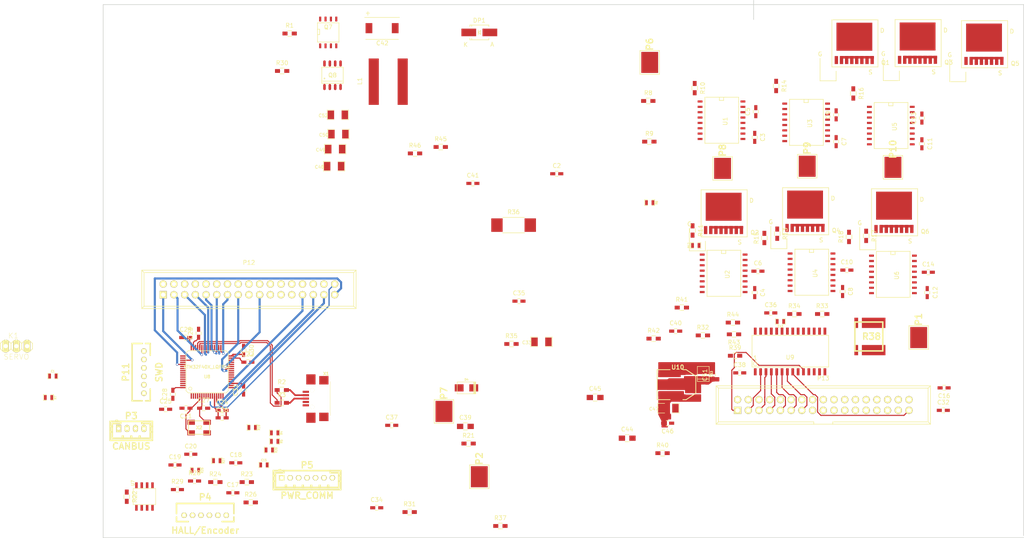
<source format=kicad_pcb>
(kicad_pcb (version 4) (host pcbnew 4.0.0-stable)
  (layers (0 F.Cu signal) (1 In1.Cu power) (2 In2.Cu power) (31 B.Cu signal) (34 B.Paste user) (35 F.Paste user) (36 B.SilkS user) (37 F.SilkS user) (38 B.Mask user) (39 F.Mask user) (44 Edge.Cuts user))
  (net 0 "")
  (net 1 GND)
  (net 2 /MCU/SERVO)
  (net 3 "Net-(C3-Pad1)")
  (net 4 VCC)
  (net 5 "Net-(C4-Pad1)")
  (net 6 "Net-(C5-Pad1)")
  (net 7 "Net-(C6-Pad1)")
  (net 8 "Net-(C7-Pad1)")
  (net 9 "Net-(C8-Pad1)")
  (net 10 "Net-(C9-Pad1)")
  (net 11 "Net-(C10-Pad1)")
  (net 12 "Net-(C11-Pad1)")
  (net 13 "Net-(C12-Pad1)")
  (net 14 "Net-(C13-Pad1)")
  (net 15 "Net-(C14-Pad1)")
  (net 16 /MCU/ADC_TEMP)
  (net 17 /Filters/TEMP_IN)
  (net 18 /Filters/HALL3_OUT)
  (net 19 /Filters/HALL2_OUT)
  (net 20 /Filters/HALL1_OUT)
  (net 21 "Net-(C21-Pad1)")
  (net 22 "Net-(C22-Pad1)")
  (net 23 "Net-(C23-Pad1)")
  (net 24 NRST)
  (net 25 "Net-(C27-Pad1)")
  (net 26 +5V)
  (net 27 "Net-(C34-Pad2)")
  (net 28 "Net-(C36-Pad1)")
  (net 29 VDD)
  (net 30 "Net-(C39-Pad1)")
  (net 31 "/Mosfet driver/H1_VS")
  (net 32 "Net-(C40-Pad2)")
  (net 33 "/Mosfet driver/H3_VS")
  (net 34 "Net-(C41-Pad2)")
  (net 35 "/Mosfet driver/H2_VS")
  (net 36 "Net-(C43-Pad2)")
  (net 37 "Net-(C44-Pad1)")
  (net 38 "Net-(C44-Pad2)")
  (net 39 "Net-(C48-Pad1)")
  (net 40 "Net-(C48-Pad2)")
  (net 41 "Net-(C50-Pad2)")
  (net 42 "Net-(DP1-Pad1)")
  (net 43 "Net-(K1-Pad1)")
  (net 44 "/CAN bus transceiver/CANH")
  (net 45 "/CAN bus transceiver/CANL")
  (net 46 /Filters/HALL1_IN)
  (net 47 /Filters/HALL2_IN)
  (net 48 /Filters/HALL3_IN)
  (net 49 /MCU/SCK_ADC_EXT)
  (net 50 /MCU/TX_SDA_NSS)
  (net 51 /MCU/RX_SCL_MOSI)
  (net 52 /MCU/MISO_ADC_EXT2)
  (net 53 V_SUPPLY)
  (net 54 SWDIO)
  (net 55 "Net-(P11-Pad6)")
  (net 56 SWCLK)
  (net 57 "Net-(Q1-PadS)")
  (net 58 "Net-(Q1-PadG)")
  (net 59 "Net-(Q2-PadS)")
  (net 60 "Net-(Q2-PadG)")
  (net 61 "Net-(Q3-PadS)")
  (net 62 "Net-(Q3-PadG)")
  (net 63 "Net-(Q4-PadS)")
  (net 64 "Net-(Q4-PadG)")
  (net 65 "Net-(Q5-PadS)")
  (net 66 "Net-(Q5-PadG)")
  (net 67 "Net-(Q6-PadS)")
  (net 68 "Net-(Q6-PadG)")
  (net 69 "Net-(Q7-Pad7)")
  (net 70 "Net-(Q7-Pad6)")
  (net 71 "Net-(Q7-Pad3)")
  (net 72 "Net-(Q8-Pad1)")
  (net 73 "Net-(R1-Pad1)")
  (net 74 /MCU/USB_DM)
  (net 75 "Net-(R2-Pad2)")
  (net 76 /MCU/USB_DP)
  (net 77 "Net-(R3-Pad2)")
  (net 78 "Net-(D1-Pad1)")
  (net 79 /MCU/LED_RED)
  (net 80 "Net-(D2-Pad1)")
  (net 81 /MCU/LED_GREEN)
  (net 82 "Net-(D3-Pad1)")
  (net 83 "Net-(R22-Pad1)")
  (net 84 "/Mosfet driver/H1_LOW")
  (net 85 "Net-(R38-Pad3)")
  (net 86 "Net-(R38-Pad4)")
  (net 87 "/CAN bus transceiver/CAN_TX")
  (net 88 "Net-(U7-Pad5)")
  (net 89 "/CAN bus transceiver/CAN_RX")
  (net 90 "Net-(U8-Pad4)")
  (net 91 "Net-(U8-Pad2)")
  (net 92 "Net-(U8-Pad3)")
  (net 93 "Net-(U8-Pad33)")
  (net 94 /MCU/L3)
  (net 95 /MCU/L2)
  (net 96 /MCU/L1)
  (net 97 "Net-(U8-Pad39)")
  (net 98 "Net-(U8-Pad40)")
  (net 99 "Net-(U8-Pad50)")
  (net 100 /MCU/EN_GATE)
  (net 101 /MCU/FAULT)
  (net 102 "Net-(U8-Pad54)")
  (net 103 "Net-(U8-Pad55)")
  (net 104 "Net-(U8-Pad56)")
  (net 105 "Net-(U8-Pad9)")
  (net 106 /MCU/AN_IN)
  (net 107 "Net-(U8-Pad11)")
  (net 108 /MCU/H3)
  (net 109 /MCU/H2)
  (net 110 /MCU/H1)
  (net 111 /MCU/SENS3)
  (net 112 /MCU/SENS2)
  (net 113 /MCU/SENS1)
  (net 114 "Net-(U8-Pad28)")
  (net 115 "/Mosfet driver/M_L3")
  (net 116 "/Mosfet driver/M_L2")
  (net 117 "/Mosfet driver/M_L1")
  (net 118 "Net-(U9-Pad17)")
  (net 119 "/Mosfet driver/M_H3")
  (net 120 "Net-(U9-Pad21)")
  (net 121 "/Mosfet driver/M_H2")
  (net 122 "Net-(U9-Pad25)")
  (net 123 "/Mosfet driver/M_H1")
  (net 124 "Net-(X1-Pad1)")
  (net 125 "Net-(X1-Pad4)")
  (net 126 "Net-(U1-Pad9)")
  (net 127 "/Power MOSFETS/H1_HC")
  (net 128 "Net-(U1-Pad16)")
  (net 129 "Net-(U2-Pad9)")
  (net 130 "/Power MOSFETS/H1_LC")
  (net 131 "Net-(U2-Pad16)")
  (net 132 "Net-(U3-Pad9)")
  (net 133 "/Power MOSFETS/H2_HC")
  (net 134 "Net-(U3-Pad16)")
  (net 135 "Net-(U4-Pad9)")
  (net 136 "/Power MOSFETS/H2_LC")
  (net 137 "Net-(U4-Pad16)")
  (net 138 "Net-(U5-Pad9)")
  (net 139 "/Power MOSFETS/H3_HC")
  (net 140 "Net-(U5-Pad16)")
  (net 141 "Net-(U6-Pad9)")
  (net 142 "/Power MOSFETS/H3_LC")
  (net 143 "Net-(U6-Pad16)")
  (net 144 "Net-(P12-Pad2)")
  (net 145 "Net-(P12-Pad4)")
  (net 146 "Net-(P12-Pad6)")
  (net 147 "Net-(P12-Pad8)")
  (net 148 "Net-(P12-Pad10)")
  (net 149 "Net-(P12-Pad12)")
  (net 150 "Net-(P12-Pad14)")
  (net 151 /H1_LC)
  (net 152 "Net-(P12-Pad16)")
  (net 153 /H2_LC)
  (net 154 "Net-(P12-Pad18)")
  (net 155 /H3_LC)
  (net 156 "Net-(P12-Pad20)")
  (net 157 /H1_HC)
  (net 158 "Net-(P12-Pad22)")
  (net 159 /H2_HC)
  (net 160 "Net-(P12-Pad24)")
  (net 161 /H3_HC)
  (net 162 "Net-(P12-Pad26)")
  (net 163 "Net-(P12-Pad28)")
  (net 164 /connector/SPARE)
  (net 165 "Net-(P13-Pad2)")
  (net 166 "Net-(P13-Pad4)")
  (net 167 "Net-(P13-Pad6)")
  (net 168 "Net-(P13-Pad8)")
  (net 169 "Net-(P13-Pad10)")
  (net 170 "Net-(P13-Pad12)")
  (net 171 "Net-(P13-Pad14)")
  (net 172 "Net-(P13-Pad16)")
  (net 173 "Net-(P13-Pad18)")
  (net 174 "Net-(P13-Pad20)")
  (net 175 "Net-(P13-Pad22)")
  (net 176 "Net-(P13-Pad24)")
  (net 177 "Net-(P13-Pad26)")
  (net 178 "Net-(P13-Pad28)")
  (net 179 "Net-(P13-Pad30)")
  (net 180 "/Mosfet driver/AN_IN")
  (net 181 /MCU/BR_S01)
  (net 182 /connector/LC2)
  (net 183 /MCU/BR_S02)
  (net 184 /connector/HC1)
  (net 185 /connector/HC2)
  (net 186 /connector/HC3)
  (net 187 "/Mosfet driver/EN_GATE")
  (net 188 "/Mosfet driver/H1")
  (net 189 "/Mosfet driver/L1")
  (net 190 "/Mosfet driver/H2")
  (net 191 "/Mosfet driver/L2")
  (net 192 "/Mosfet driver/H3")
  (net 193 "/Mosfet driver/L3")
  (net 194 "/Mosfet driver/SENS1")
  (net 195 "/Mosfet driver/SENS2")
  (net 196 "/Mosfet driver/SENS3")
  (net 197 "/Mosfet driver/FAULT")
  (module CRF1:SMD-0603_c (layer F.Cu) (at 46.736 123.952)
    (fp_text reference C1 (at 0 -1.143) (layer F.SilkS) (effects (font (size 0.508 0.4572) (thickness 0.1143))))
    (fp_text value 100n hide)
    (pad 1 smd rect (at -0.762 0) (size 0.635 1.143) (layers F.Cu F.Paste F.Mask) (net 1 GND))
    (pad 2 smd rect (at 0.762 0) (size 0.635 1.143) (layers F.Cu F.Paste F.Mask) (net 2 /MCU/SERVO))
  )
  (module Capacitors_SMD:C_0603_HandSoldering (layer F.Cu) (at 166.182 75.946)
    (fp_text reference C2 (at 0 -1.9) (layer F.SilkS))
    (fp_text value 100n)
    (pad 1 smd rect (at -0.95 0) (size 1.2 0.75) (layers F.Cu F.Paste F.Mask) (net 1 GND))
    (pad 2 smd rect (at 0.95 0) (size 1.2 0.75) (layers F.Cu F.Paste F.Mask) (net 180 "/Mosfet driver/AN_IN"))
  )
  (module Capacitors_SMD:C_0603_HandSoldering (layer F.Cu) (at 213.106 67.31 270)
    (fp_text reference C3 (at 0 -1.9 270) (layer F.SilkS))
    (fp_text value 0.1uf)
    (pad 1 smd rect (at -0.95 0 270) (size 1.2 0.75) (layers F.Cu F.Paste F.Mask) (net 3 "Net-(C3-Pad1)"))
    (pad 2 smd rect (at 0.95 0 270) (size 1.2 0.75) (layers F.Cu F.Paste F.Mask) (net 4 VCC))
  )
  (module Capacitors_SMD:C_0603_HandSoldering (layer F.Cu) (at 213.106 104.14 270)
    (fp_text reference C4 (at 0 -1.9 270) (layer F.SilkS))
    (fp_text value 0.1uf)
    (pad 1 smd rect (at -0.95 0 270) (size 1.2 0.75) (layers F.Cu F.Paste F.Mask) (net 5 "Net-(C4-Pad1)"))
    (pad 2 smd rect (at 0.95 0 270) (size 1.2 0.75) (layers F.Cu F.Paste F.Mask) (net 4 VCC))
  )
  (module Capacitors_SMD:C_0603_HandSoldering (layer F.Cu) (at 213.36 61.214 90)
    (fp_text reference C5 (at 0 -1.9 90) (layer F.SilkS))
    (fp_text value 1nf)
    (pad 1 smd rect (at -0.95 0 90) (size 1.2 0.75) (layers F.Cu F.Paste F.Mask) (net 6 "Net-(C5-Pad1)"))
    (pad 2 smd rect (at 0.95 0 90) (size 1.2 0.75) (layers F.Cu F.Paste F.Mask) (net 1 GND))
  )
  (module Capacitors_SMD:C_0603_HandSoldering (layer F.Cu) (at 213.868 99.06)
    (fp_text reference C6 (at 0 -1.9) (layer F.SilkS))
    (fp_text value 1nf)
    (pad 1 smd rect (at -0.95 0) (size 1.2 0.75) (layers F.Cu F.Paste F.Mask) (net 7 "Net-(C6-Pad1)"))
    (pad 2 smd rect (at 0.95 0) (size 1.2 0.75) (layers F.Cu F.Paste F.Mask) (net 1 GND))
  )
  (module Capacitors_SMD:C_0603_HandSoldering (layer F.Cu) (at 232.41 68.326 270)
    (fp_text reference C7 (at 0 -1.9 270) (layer F.SilkS))
    (fp_text value 0.1uf)
    (pad 1 smd rect (at -0.95 0 270) (size 1.2 0.75) (layers F.Cu F.Paste F.Mask) (net 8 "Net-(C7-Pad1)"))
    (pad 2 smd rect (at 0.95 0 270) (size 1.2 0.75) (layers F.Cu F.Paste F.Mask) (net 4 VCC))
  )
  (module Capacitors_SMD:C_0603_HandSoldering (layer F.Cu) (at 233.934 103.886 270)
    (fp_text reference C8 (at 0 -1.9 270) (layer F.SilkS))
    (fp_text value 0.1uf)
    (pad 1 smd rect (at -0.95 0 270) (size 1.2 0.75) (layers F.Cu F.Paste F.Mask) (net 9 "Net-(C8-Pad1)"))
    (pad 2 smd rect (at 0.95 0 270) (size 1.2 0.75) (layers F.Cu F.Paste F.Mask) (net 4 VCC))
  )
  (module Capacitors_SMD:C_0603_HandSoldering (layer F.Cu) (at 232.41 61.976 90)
    (fp_text reference C9 (at 0 -1.9 90) (layer F.SilkS))
    (fp_text value 1nf)
    (pad 1 smd rect (at -0.95 0 90) (size 1.2 0.75) (layers F.Cu F.Paste F.Mask) (net 10 "Net-(C9-Pad1)"))
    (pad 2 smd rect (at 0.95 0 90) (size 1.2 0.75) (layers F.Cu F.Paste F.Mask) (net 1 GND))
  )
  (module Capacitors_SMD:C_0603_HandSoldering (layer F.Cu) (at 234.95 98.806)
    (fp_text reference C10 (at 0 -1.9) (layer F.SilkS))
    (fp_text value 1nf)
    (pad 1 smd rect (at -0.95 0) (size 1.2 0.75) (layers F.Cu F.Paste F.Mask) (net 11 "Net-(C10-Pad1)"))
    (pad 2 smd rect (at 0.95 0) (size 1.2 0.75) (layers F.Cu F.Paste F.Mask) (net 1 GND))
  )
  (module Capacitors_SMD:C_0603_HandSoldering (layer F.Cu) (at 252.73 68.834 270)
    (fp_text reference C11 (at 0 -1.9 270) (layer F.SilkS))
    (fp_text value 0.1uf)
    (pad 1 smd rect (at -0.95 0 270) (size 1.2 0.75) (layers F.Cu F.Paste F.Mask) (net 12 "Net-(C11-Pad1)"))
    (pad 2 smd rect (at 0.95 0 270) (size 1.2 0.75) (layers F.Cu F.Paste F.Mask) (net 4 VCC))
  )
  (module Capacitors_SMD:C_0603_HandSoldering (layer F.Cu) (at 254 104.14 270)
    (fp_text reference C12 (at 0 -1.9 270) (layer F.SilkS))
    (fp_text value 0.1uf)
    (pad 1 smd rect (at -0.95 0 270) (size 1.2 0.75) (layers F.Cu F.Paste F.Mask) (net 13 "Net-(C12-Pad1)"))
    (pad 2 smd rect (at 0.95 0 270) (size 1.2 0.75) (layers F.Cu F.Paste F.Mask) (net 4 VCC))
  )
  (module Capacitors_SMD:C_0603_HandSoldering (layer F.Cu) (at 252.73 62.738 90)
    (fp_text reference C13 (at 0 -1.9 90) (layer F.SilkS))
    (fp_text value 1nf)
    (pad 1 smd rect (at -0.95 0 90) (size 1.2 0.75) (layers F.Cu F.Paste F.Mask) (net 14 "Net-(C13-Pad1)"))
    (pad 2 smd rect (at 0.95 0 90) (size 1.2 0.75) (layers F.Cu F.Paste F.Mask) (net 1 GND))
  )
  (module Capacitors_SMD:C_0603_HandSoldering (layer F.Cu) (at 254.254 99.314)
    (fp_text reference C14 (at 0 -1.9) (layer F.SilkS))
    (fp_text value 1nf)
    (pad 1 smd rect (at -0.95 0) (size 1.2 0.75) (layers F.Cu F.Paste F.Mask) (net 15 "Net-(C14-Pad1)"))
    (pad 2 smd rect (at 0.95 0) (size 1.2 0.75) (layers F.Cu F.Paste F.Mask) (net 1 GND))
  )
  (module CRF1:SMD-0603_c (layer F.Cu) (at 96.774 145.034)
    (fp_text reference C15 (at 0 -1.143) (layer F.SilkS) (effects (font (size 0.508 0.4572) (thickness 0.1143))))
    (fp_text value 2.2u hide)
    (pad 1 smd rect (at -0.762 0) (size 0.635 1.143) (layers F.Cu F.Paste F.Mask) (net 16 /MCU/ADC_TEMP))
    (pad 2 smd rect (at 0.762 0) (size 0.635 1.143) (layers F.Cu F.Paste F.Mask) (net 1 GND))
  )
  (module Capacitors_SMD:C_0603_HandSoldering (layer F.Cu) (at 257.998 126.746 180)
    (fp_text reference C16 (at 0 -1.9 180) (layer F.SilkS))
    (fp_text value 2.2u)
    (pad 1 smd rect (at -0.95 0 180) (size 1.2 0.75) (layers F.Cu F.Paste F.Mask) (net 4 VCC))
    (pad 2 smd rect (at 0.95 0 180) (size 1.2 0.75) (layers F.Cu F.Paste F.Mask) (net 1 GND))
  )
  (module Capacitors_SMD:C_0603_HandSoldering (layer F.Cu) (at 89.408 151.638)
    (fp_text reference C17 (at 0 -1.9) (layer F.SilkS))
    (fp_text value 4n7)
    (pad 1 smd rect (at -0.95 0) (size 1.2 0.75) (layers F.Cu F.Paste F.Mask) (net 1 GND))
    (pad 2 smd rect (at 0.95 0) (size 1.2 0.75) (layers F.Cu F.Paste F.Mask) (net 17 /Filters/TEMP_IN))
  )
  (module Capacitors_SMD:C_0603_HandSoldering (layer F.Cu) (at 90.104 144.526)
    (fp_text reference C18 (at 0 -1.9) (layer F.SilkS))
    (fp_text value 4n7)
    (pad 1 smd rect (at -0.95 0) (size 1.2 0.75) (layers F.Cu F.Paste F.Mask) (net 18 /Filters/HALL3_OUT))
    (pad 2 smd rect (at 0.95 0) (size 1.2 0.75) (layers F.Cu F.Paste F.Mask) (net 1 GND))
  )
  (module Capacitors_SMD:C_0603_HandSoldering (layer F.Cu) (at 75.692 145.034)
    (fp_text reference C19 (at 0 -1.9) (layer F.SilkS))
    (fp_text value 4n7)
    (pad 1 smd rect (at -0.95 0) (size 1.2 0.75) (layers F.Cu F.Paste F.Mask) (net 19 /Filters/HALL2_OUT))
    (pad 2 smd rect (at 0.95 0) (size 1.2 0.75) (layers F.Cu F.Paste F.Mask) (net 1 GND))
  )
  (module Capacitors_SMD:C_0603_HandSoldering (layer F.Cu) (at 79.436 142.494)
    (fp_text reference C20 (at 0 -1.9) (layer F.SilkS))
    (fp_text value 4n7)
    (pad 1 smd rect (at -0.95 0) (size 1.2 0.75) (layers F.Cu F.Paste F.Mask) (net 20 /Filters/HALL1_OUT))
    (pad 2 smd rect (at 0.95 0) (size 1.2 0.75) (layers F.Cu F.Paste F.Mask) (net 1 GND))
  )
  (module Capacitors_SMD:C_0603_HandSoldering (layer F.Cu) (at 78.298 131.572 180)
    (fp_text reference C21 (at 0 -1.9 180) (layer F.SilkS))
    (fp_text value 15p)
    (pad 1 smd rect (at -0.95 0 180) (size 1.2 0.75) (layers F.Cu F.Paste F.Mask) (net 21 "Net-(C21-Pad1)"))
    (pad 2 smd rect (at 0.95 0 180) (size 1.2 0.75) (layers F.Cu F.Paste F.Mask) (net 1 GND))
  )
  (module Capacitors_SMD:C_0603_HandSoldering (layer F.Cu) (at 92.964 120.65)
    (fp_text reference C22 (at 0 -1.9) (layer F.SilkS))
    (fp_text value 2.2u)
    (pad 1 smd rect (at -0.95 0) (size 1.2 0.75) (layers F.Cu F.Paste F.Mask) (net 22 "Net-(C22-Pad1)"))
    (pad 2 smd rect (at 0.95 0) (size 1.2 0.75) (layers F.Cu F.Paste F.Mask) (net 1 GND))
  )
  (module Capacitors_SMD:C_0603_HandSoldering (layer F.Cu) (at 81.28 113.792 90)
    (fp_text reference C23 (at 0 -1.9 90) (layer F.SilkS))
    (fp_text value 2.2u)
    (pad 1 smd rect (at -0.95 0 90) (size 1.2 0.75) (layers F.Cu F.Paste F.Mask) (net 23 "Net-(C23-Pad1)"))
    (pad 2 smd rect (at 0.95 0 90) (size 1.2 0.75) (layers F.Cu F.Paste F.Mask) (net 1 GND))
  )
  (module Capacitors_SMD:C_0603_HandSoldering (layer F.Cu) (at 86.868 132.08)
    (fp_text reference C24 (at 0 -1.9) (layer F.SilkS))
    (fp_text value 2.2u)
    (pad 1 smd rect (at -0.95 0) (size 1.2 0.75) (layers F.Cu F.Paste F.Mask) (net 1 GND))
    (pad 2 smd rect (at 0.95 0) (size 1.2 0.75) (layers F.Cu F.Paste F.Mask) (net 4 VCC))
  )
  (module Capacitors_SMD:C_0603_HandSoldering (layer F.Cu) (at 73.472 131.826)
    (fp_text reference C25 (at 0 -1.9) (layer F.SilkS))
    (fp_text value 100n)
    (pad 1 smd rect (at -0.95 0) (size 1.2 0.75) (layers F.Cu F.Paste F.Mask) (net 1 GND))
    (pad 2 smd rect (at 0.95 0) (size 1.2 0.75) (layers F.Cu F.Paste F.Mask) (net 24 NRST))
  )
  (module Capacitors_SMD:C_0603_HandSoldering (layer F.Cu) (at 86.868 133.858)
    (fp_text reference C26 (at 0 -1.9) (layer F.SilkS))
    (fp_text value 2.2u)
    (pad 1 smd rect (at -0.95 0) (size 1.2 0.75) (layers F.Cu F.Paste F.Mask) (net 1 GND))
    (pad 2 smd rect (at 0.95 0) (size 1.2 0.75) (layers F.Cu F.Paste F.Mask) (net 4 VCC))
  )
  (module Capacitors_SMD:C_0603_HandSoldering (layer F.Cu) (at 82.484 131.572)
    (fp_text reference C27 (at 0 -1.9) (layer F.SilkS))
    (fp_text value 15p)
    (pad 1 smd rect (at -0.95 0) (size 1.2 0.75) (layers F.Cu F.Paste F.Mask) (net 25 "Net-(C27-Pad1)"))
    (pad 2 smd rect (at 0.95 0) (size 1.2 0.75) (layers F.Cu F.Paste F.Mask) (net 1 GND))
  )
  (module Capacitors_SMD:C_0603_HandSoldering (layer F.Cu) (at 75.184 128.27 90)
    (fp_text reference C28 (at 0 -1.9 90) (layer F.SilkS))
    (fp_text value 2.2u)
    (pad 1 smd rect (at -0.95 0 90) (size 1.2 0.75) (layers F.Cu F.Paste F.Mask) (net 1 GND))
    (pad 2 smd rect (at 0.95 0 90) (size 1.2 0.75) (layers F.Cu F.Paste F.Mask) (net 4 VCC))
  )
  (module Capacitors_SMD:C_0603_HandSoldering (layer F.Cu) (at 78.232 114.808)
    (fp_text reference C29 (at 0 -1.9) (layer F.SilkS))
    (fp_text value 2.2u)
    (pad 1 smd rect (at -0.95 0) (size 1.2 0.75) (layers F.Cu F.Paste F.Mask) (net 1 GND))
    (pad 2 smd rect (at 0.95 0) (size 1.2 0.75) (layers F.Cu F.Paste F.Mask) (net 4 VCC))
  )
  (module Capacitors_SMD:C_0603_HandSoldering (layer F.Cu) (at 91.948 117.856 270)
    (fp_text reference C30 (at 0 -1.9 270) (layer F.SilkS))
    (fp_text value 2.2u)
    (pad 1 smd rect (at -0.95 0 270) (size 1.2 0.75) (layers F.Cu F.Paste F.Mask) (net 1 GND))
    (pad 2 smd rect (at 0.95 0 270) (size 1.2 0.75) (layers F.Cu F.Paste F.Mask) (net 4 VCC))
  )
  (module Capacitors_SMD:C_0603_HandSoldering (layer F.Cu) (at 91.948 127.254 90)
    (fp_text reference C31 (at 0 -1.9 90) (layer F.SilkS))
    (fp_text value 2.2u)
    (pad 1 smd rect (at -0.95 0 90) (size 1.2 0.75) (layers F.Cu F.Paste F.Mask) (net 1 GND))
    (pad 2 smd rect (at 0.95 0 90) (size 1.2 0.75) (layers F.Cu F.Paste F.Mask) (net 4 VCC))
  )
  (module Capacitors_SMD:C_0603_HandSoldering (layer F.Cu) (at 257.81 132.08)
    (fp_text reference C32 (at 0 -1.9) (layer F.SilkS))
    (fp_text value 2.2u)
    (pad 1 smd rect (at -0.95 0) (size 1.2 0.75) (layers F.Cu F.Paste F.Mask) (net 1 GND))
    (pad 2 smd rect (at 0.95 0) (size 1.2 0.75) (layers F.Cu F.Paste F.Mask) (net 4 VCC))
  )
  (module CRF1:SMD-1206 (layer F.Cu) (at 162.56 115.824)
    (fp_text reference C33 (at -3.466 0.173) (layer F.SilkS) (effects (font (size 0.762 0.762) (thickness 0.127))))
    (fp_text value 47uF/6.3v hide)
    (pad 1 smd rect (at -1.651 0) (size 1.524 2.032) (layers F.Cu F.Paste F.Mask) (net 26 +5V))
    (pad 2 smd rect (at 1.651 0) (size 1.524 2.032) (layers F.Cu F.Paste F.Mask) (net 1 GND))
  )
  (module Capacitors_SMD:C_0603_HandSoldering (layer F.Cu) (at 123.51 155.194)
    (fp_text reference C34 (at 0 -1.9) (layer F.SilkS))
    (fp_text value 6.8n)
    (pad 1 smd rect (at -0.95 0) (size 1.2 0.75) (layers F.Cu F.Paste F.Mask) (net 1 GND))
    (pad 2 smd rect (at 0.95 0) (size 1.2 0.75) (layers F.Cu F.Paste F.Mask) (net 27 "Net-(C34-Pad2)"))
  )
  (module Capacitors_SMD:C_0603_HandSoldering (layer F.Cu) (at 157.226 106.172)
    (fp_text reference C35 (at 0 -1.9) (layer F.SilkS))
    (fp_text value 0.1uF)
    (pad 1 smd rect (at -0.95 0) (size 1.2 0.75) (layers F.Cu F.Paste F.Mask) (net 26 +5V))
    (pad 2 smd rect (at 0.95 0) (size 1.2 0.75) (layers F.Cu F.Paste F.Mask) (net 1 GND))
  )
  (module Capacitors_SMD:C_0603_HandSoldering (layer F.Cu) (at 216.916 108.966)
    (fp_text reference C36 (at 0 -1.9) (layer F.SilkS))
    (fp_text value 1n)
    (pad 1 smd rect (at -0.95 0) (size 1.2 0.75) (layers F.Cu F.Paste F.Mask) (net 28 "Net-(C36-Pad1)"))
    (pad 2 smd rect (at 0.95 0) (size 1.2 0.75) (layers F.Cu F.Paste F.Mask) (net 1 GND))
  )
  (module Capacitors_SMD:C_0603_HandSoldering (layer F.Cu) (at 127.066 135.636)
    (fp_text reference C37 (at 0 -1.9) (layer F.SilkS))
    (fp_text value 100nF)
    (pad 1 smd rect (at -0.95 0) (size 1.2 0.75) (layers F.Cu F.Paste F.Mask) (net 1 GND))
    (pad 2 smd rect (at 0.95 0) (size 1.2 0.75) (layers F.Cu F.Paste F.Mask) (net 29 VDD))
  )
  (module Capacitors_SMD:C_0603_HandSoldering (layer F.Cu) (at 209.55 123.19)
    (fp_text reference C38 (at 0 -1.9) (layer F.SilkS))
    (fp_text value 10u)
    (pad 1 smd rect (at -0.95 0) (size 1.2 0.75) (layers F.Cu F.Paste F.Mask) (net 1 GND))
    (pad 2 smd rect (at 0.95 0) (size 1.2 0.75) (layers F.Cu F.Paste F.Mask) (net 29 VDD))
  )
  (module Capacitors_SMD:C_0805_HandSoldering (layer F.Cu) (at 144.526 135.89)
    (fp_text reference C39 (at 0 -2.1) (layer F.SilkS))
    (fp_text value 0.01uf)
    (pad 1 smd rect (at -1.25 0) (size 1.5 1.25) (layers F.Cu F.Paste F.Mask) (net 30 "Net-(C39-Pad1)"))
    (pad 2 smd rect (at 1.25 0) (size 1.5 1.25) (layers F.Cu F.Paste F.Mask) (net 1 GND))
  )
  (module Capacitors_SMD:C_0603_HandSoldering (layer F.Cu) (at 194.376 113.284)
    (fp_text reference C40 (at 0 -1.9) (layer F.SilkS))
    (fp_text value 220n)
    (pad 1 smd rect (at -0.95 0) (size 1.2 0.75) (layers F.Cu F.Paste F.Mask) (net 31 "/Mosfet driver/H1_VS"))
    (pad 2 smd rect (at 0.95 0) (size 1.2 0.75) (layers F.Cu F.Paste F.Mask) (net 32 "Net-(C40-Pad2)"))
  )
  (module Capacitors_SMD:C_0603_HandSoldering (layer F.Cu) (at 146.304 78.232)
    (fp_text reference C41 (at 0 -1.9) (layer F.SilkS))
    (fp_text value 220n)
    (pad 1 smd rect (at -0.95 0) (size 1.2 0.75) (layers F.Cu F.Paste F.Mask) (net 33 "/Mosfet driver/H3_VS"))
    (pad 2 smd rect (at 0.95 0) (size 1.2 0.75) (layers F.Cu F.Paste F.Mask) (net 34 "Net-(C41-Pad2)"))
  )
  (module CRF1:180ufcap (layer F.Cu) (at 124.714 41.402)
    (fp_text reference C42 (at 0.127 3.556) (layer F.SilkS))
    (fp_text value 180uF)
    (pad 1 smd rect (at -3.048 0) (size 1.6 2.4) (layers F.Cu F.Paste F.Mask) (net 29 VDD))
    (pad 2 smd rect (at 3.175 0) (size 1.6 2.4) (layers F.Cu F.Paste F.Mask) (net 1 GND))
  )
  (module CRF1:SMD-0603_c (layer F.Cu) (at 219.202 110.998 180)
    (fp_text reference C43 (at 0 -1.143 180) (layer F.SilkS) (effects (font (size 0.508 0.4572) (thickness 0.1143))))
    (fp_text value 220n hide)
    (pad 1 smd rect (at -0.762 0 180) (size 0.635 1.143) (layers F.Cu F.Paste F.Mask) (net 35 "/Mosfet driver/H2_VS"))
    (pad 2 smd rect (at 0.762 0 180) (size 0.635 1.143) (layers F.Cu F.Paste F.Mask) (net 36 "Net-(C43-Pad2)"))
  )
  (module Capacitors_SMD:C_0805_HandSoldering (layer F.Cu) (at 182.88 138.684)
    (fp_text reference C44 (at 0 -2.1) (layer F.SilkS))
    (fp_text value 0.015uF)
    (pad 1 smd rect (at -1.25 0) (size 1.5 1.25) (layers F.Cu F.Paste F.Mask) (net 37 "Net-(C44-Pad1)"))
    (pad 2 smd rect (at 1.25 0) (size 1.5 1.25) (layers F.Cu F.Paste F.Mask) (net 38 "Net-(C44-Pad2)"))
  )
  (module Capacitors_SMD:C_0805_HandSoldering (layer F.Cu) (at 175.28 129.032)
    (fp_text reference C45 (at 0 -2.1) (layer F.SilkS))
    (fp_text value 820pF)
    (pad 1 smd rect (at -1.25 0) (size 1.5 1.25) (layers F.Cu F.Paste F.Mask) (net 37 "Net-(C44-Pad1)"))
    (pad 2 smd rect (at 1.25 0) (size 1.5 1.25) (layers F.Cu F.Paste F.Mask) (net 1 GND))
  )
  (module Capacitors_SMD:C_0603_HandSoldering (layer F.Cu) (at 192.466 135.128 180)
    (fp_text reference C46 (at 0 -1.9 180) (layer F.SilkS))
    (fp_text value 100nF)
    (pad 1 smd rect (at -0.95 0 180) (size 1.2 0.75) (layers F.Cu F.Paste F.Mask) (net 1 GND))
    (pad 2 smd rect (at 0.95 0 180) (size 1.2 0.75) (layers F.Cu F.Paste F.Mask) (net 26 +5V))
  )
  (module CRF1:SMD-1206 (layer F.Cu) (at 192.659 131.572)
    (fp_text reference C47 (at -3.466 0.173) (layer F.SilkS) (effects (font (size 0.762 0.762) (thickness 0.127))))
    (fp_text value 4.7uF/6.3v hide)
    (pad 1 smd rect (at -1.651 0) (size 1.524 2.032) (layers F.Cu F.Paste F.Mask) (net 26 +5V))
    (pad 2 smd rect (at 1.651 0) (size 1.524 2.032) (layers F.Cu F.Paste F.Mask) (net 1 GND))
  )
  (module CRF1:SMD-1206 (layer F.Cu) (at 113.411 74.168)
    (fp_text reference C48 (at -3.466 0.173) (layer F.SilkS) (effects (font (size 0.762 0.762) (thickness 0.127))))
    (fp_text value 10u,50V hide)
    (pad 1 smd rect (at -1.651 0) (size 1.524 2.032) (layers F.Cu F.Paste F.Mask) (net 39 "Net-(C48-Pad1)"))
    (pad 2 smd rect (at 1.651 0) (size 1.524 2.032) (layers F.Cu F.Paste F.Mask) (net 40 "Net-(C48-Pad2)"))
  )
  (module CRF1:SMD-1206 (layer F.Cu) (at 113.665 70.104)
    (fp_text reference C49 (at -3.466 0.173) (layer F.SilkS) (effects (font (size 0.762 0.762) (thickness 0.127))))
    (fp_text value 10u,50V hide)
    (pad 1 smd rect (at -1.651 0) (size 1.524 2.032) (layers F.Cu F.Paste F.Mask) (net 39 "Net-(C48-Pad1)"))
    (pad 2 smd rect (at 1.651 0) (size 1.524 2.032) (layers F.Cu F.Paste F.Mask) (net 40 "Net-(C48-Pad2)"))
  )
  (module CRF1:SMD-1206 (layer F.Cu) (at 114.427 66.548)
    (fp_text reference C50 (at -3.466 0.173) (layer F.SilkS) (effects (font (size 0.762 0.762) (thickness 0.127))))
    (fp_text value 10u,50V hide)
    (pad 1 smd rect (at -1.651 0) (size 1.524 2.032) (layers F.Cu F.Paste F.Mask) (net 1 GND))
    (pad 2 smd rect (at 1.651 0) (size 1.524 2.032) (layers F.Cu F.Paste F.Mask) (net 41 "Net-(C50-Pad2)"))
  )
  (module Capacitors_SMD:C_0603_HandSoldering (layer F.Cu) (at 203.2 123.698 90)
    (fp_text reference C51 (at 0 -1.9 90) (layer F.SilkS))
    (fp_text value 2.2u)
    (pad 1 smd rect (at -0.95 0 90) (size 1.2 0.75) (layers F.Cu F.Paste F.Mask) (net 4 VCC))
    (pad 2 smd rect (at 0.95 0 90) (size 1.2 0.75) (layers F.Cu F.Paste F.Mask) (net 1 GND))
  )
  (module CRF1:SMD-1206 (layer F.Cu) (at 114.3 61.976)
    (fp_text reference C52 (at -3.466 0.173) (layer F.SilkS) (effects (font (size 0.762 0.762) (thickness 0.127))))
    (fp_text value 10u,50V hide)
    (pad 1 smd rect (at -1.651 0) (size 1.524 2.032) (layers F.Cu F.Paste F.Mask) (net 1 GND))
    (pad 2 smd rect (at 1.651 0) (size 1.524 2.032) (layers F.Cu F.Paste F.Mask) (net 41 "Net-(C50-Pad2)"))
  )
  (module w_smd_cap:c_tant_B (layer F.Cu) (at 200.914 123.444 270)
    (fp_text reference C53 (at 0 -1.9685 270) (layer F.SilkS) (effects (font (size 0.50038 0.50038) (thickness 0.11938))))
    (fp_text value 100u hide)
    (pad 1 smd rect (at 1.524 0 270) (size 1.95072 2.49936) (layers F.Cu F.Paste F.Mask) (net 4 VCC))
    (pad 2 smd rect (at -1.524 0 270) (size 1.95072 2.49936) (layers F.Cu F.Paste F.Mask) (net 1 GND))
  )
  (module w_smd_diode:do214ac (layer F.Cu) (at 144.78 126.746)
    (fp_text reference D4 (at 0 -1.9685) (layer F.SilkS) (effects (font (size 0.50038 0.50038) (thickness 0.11938))))
    (fp_text value "TVS 5V" hide)
    (pad 2 smd rect (at 1.72974 0) (size 2.10058 1.69926) (layers F.Cu F.Paste F.Mask) (net 26 +5V))
    (pad 1 smd rect (at -1.72974 0) (size 2.10058 1.69926) (layers F.Cu F.Paste F.Mask) (net 1 GND))
  )
  (module Diodes_SMD:SMA_Handsoldering (layer F.Cu) (at 147.828 42.418)
    (fp_text reference DP1 (at 0 -2.85) (layer F.SilkS))
    (fp_text value B230A-13-F)
    (fp_text user K (at -3.25 2.9) (layer F.SilkS))
    (fp_text user A (at 3.05 2.85) (layer F.SilkS))
    (pad 1 smd rect (at -2.49936 0) (size 3.50012 1.80086) (layers F.Cu F.Paste F.Mask) (net 42 "Net-(DP1-Pad1)"))
    (pad 2 smd rect (at 2.49936 0) (size 3.50012 1.80086) (layers F.Cu F.Paste F.Mask) (net 29 VDD))
  )
  (module CRF1:pinhead-1X03 (layer F.Cu) (at 38.1 116.84)
    (fp_text reference K1 (at -0.7112 -2.4638) (layer F.SilkS) (effects (font (size 1.27 1.27) (thickness 0.0889))))
    (fp_text value SERVO (at 0 2.54) (layer F.SilkS) (effects (font (size 1.27 1.27) (thickness 0.0889))))
    (pad 1 thru_hole oval (at -2.54 0) (size 1.524 3.048) (drill 1.016) (layers *.Cu *.Mask F.SilkS) (net 43 "Net-(K1-Pad1)"))
    (pad 2 thru_hole oval (at 0 0) (size 1.524 3.048) (drill 1.016) (layers *.Cu *.Mask F.SilkS) (net 26 +5V))
    (pad 3 thru_hole oval (at 2.54 0) (size 1.524 3.048) (drill 1.016) (layers *.Cu *.Mask F.SilkS) (net 1 GND))
  )
  (module CRF1:coilworks4.7uF (layer F.Cu) (at 126.238 54.102)
    (fp_text reference L1 (at -6.731 -0.127 90) (layer F.SilkS))
    (fp_text value "4.7 uH (ELL-4GG1R2N)")
    (pad 1 smd rect (at 3.429 0) (size 2.4 11) (layers F.Cu F.Paste F.Mask) (net 42 "Net-(DP1-Pad1)"))
    (pad 2 smd rect (at -3.429 0) (size 2.4 11) (layers F.Cu F.Paste F.Mask) (net 26 +5V))
  )
  (module CRF1:1PAD_4x5mm (layer F.Cu) (at 251.968 114.808)
    (fp_text reference P1 (at 0 -4.3 270) (layer F.SilkS) (effects (font (thickness 0.3048))))
    (fp_text value "CAN pwr gnd" hide)
    (pad 1 smd rect (at 0 0) (size 4 5) (layers F.Cu F.Paste F.Mask) (net 1 GND))
  )
  (module CRF1:1PAD_4x5mm (layer F.Cu) (at 147.828 147.828)
    (fp_text reference P2 (at 0 -4.3 270) (layer F.SilkS) (effects (font (thickness 0.3048))))
    (fp_text value "CAN power" hide)
    (pad 1 smd rect (at 0 0) (size 4 5) (layers F.Cu F.Paste F.Mask) (net 26 +5V))
  )
  (module "JST conn:b4b-ph-kl" (layer F.Cu) (at 65.32626 136.398)
    (fp_text reference P3 (at 0 -2.99974) (layer F.SilkS) (effects (font (thickness 0.3048))))
    (fp_text value CANBUS (at 0 4.20116) (layer F.SilkS) (effects (font (thickness 0.3048))))
    (pad 1 thru_hole rect (at -3.00228 0) (size 1.19888 1.69926) (drill 0.70104) (layers *.Cu *.Mask F.SilkS) (net 1 GND))
    (pad 3 thru_hole oval (at 1.00076 0) (size 1.19888 1.69926) (drill 0.70104) (layers *.Cu *.Mask F.SilkS) (net 44 "/CAN bus transceiver/CANH"))
    (pad 2 thru_hole oval (at -1.00076 0) (size 1.19888 1.69926) (drill 0.70104) (layers *.Cu *.Mask F.SilkS) (net 45 "/CAN bus transceiver/CANL"))
    (pad 4 thru_hole oval (at 2.99974 0) (size 1.19888 1.69926) (drill 0.70104) (layers *.Cu *.Mask F.SilkS) (net 26 +5V))
  )
  (module CRF1:MICRO_JST_6 (layer F.Cu) (at 82.85226 156.972)
    (fp_text reference P4 (at 0 -4.30022) (layer F.SilkS) (effects (font (thickness 0.3048))))
    (fp_text value HALL/Encoder (at 0 3.59918) (layer F.SilkS) (effects (font (thickness 0.3048))))
    (pad 3 thru_hole circle (at -1.00076 0) (size 1.30048 1.30048) (drill 0.70104) (layers *.Cu *.Mask F.SilkS) (net 46 /Filters/HALL1_IN))
    (pad 4 thru_hole circle (at 1.00076 0) (size 1.30048 1.30048) (drill 0.70104) (layers *.Cu *.Mask F.SilkS) (net 47 /Filters/HALL2_IN))
    (pad 5 thru_hole circle (at 2.99974 0) (size 1.30048 1.30048) (drill 0.70104) (layers *.Cu *.Mask F.SilkS) (net 48 /Filters/HALL3_IN))
    (pad 6 thru_hole circle (at 5.00126 0) (size 1.30048 1.30048) (drill 0.70104) (layers *.Cu *.Mask F.SilkS) (net 1 GND))
    (pad 2 thru_hole circle (at -2.99974 0) (size 1.30048 1.30048) (drill 0.70104) (layers *.Cu *.Mask F.SilkS) (net 17 /Filters/TEMP_IN))
    (pad 1 thru_hole circle (at -5.00126 0) (size 1.30048 1.30048) (drill 0.70104) (layers *.Cu *.Mask F.SilkS) (net 26 +5V))
  )
  (module CRF1:b7b-ph-kl (layer F.Cu) (at 106.9975 148.082)
    (fp_text reference P5 (at 0 -2.99974) (layer F.SilkS) (effects (font (thickness 0.3048))))
    (fp_text value PWR_COMM (at 0 4.20116) (layer F.SilkS) (effects (font (thickness 0.3048))))
    (pad 1 thru_hole rect (at -6.00456 0) (size 1.3 1.3) (drill 0.8) (layers *.Cu *.Mask F.SilkS) (net 26 +5V))
    (pad 3 thru_hole circle (at -2.00152 0) (size 1.3 1.3) (drill 0.8) (layers *.Cu *.Mask F.SilkS) (net 1 GND))
    (pad 2 thru_hole circle (at -4.00304 0) (size 1.3 1.3) (drill 0.8) (layers *.Cu *.Mask F.SilkS) (net 4 VCC))
    (pad 4 thru_hole circle (at -0.00254 0) (size 1.3 1.3) (drill 0.8) (layers *.Cu *.Mask F.SilkS) (net 49 /MCU/SCK_ADC_EXT))
    (pad 5 thru_hole circle (at 1.99898 0) (size 1.3 1.3) (drill 0.8) (layers *.Cu *.Mask F.SilkS) (net 50 /MCU/TX_SDA_NSS))
    (pad 6 thru_hole circle (at 4.0005 0) (size 1.3 1.3) (drill 0.8) (layers *.Cu *.Mask F.SilkS) (net 51 /MCU/RX_SCL_MOSI))
    (pad 7 thru_hole circle (at 5.99948 0) (size 1.3 1.3) (drill 0.8) (layers *.Cu *.Mask F.SilkS) (net 52 /MCU/MISO_ADC_EXT2))
  )
  (module CRF1:1PAD_4x5mm (layer F.Cu) (at 188.214 49.53)
    (fp_text reference P6 (at 0 -4.3 270) (layer F.SilkS) (effects (font (thickness 0.3048))))
    (fp_text value IN+ hide)
    (pad 1 smd rect (at 0 0) (size 4 5) (layers F.Cu F.Paste F.Mask) (net 53 V_SUPPLY))
  )
  (module CRF1:1PAD_4x5mm (layer F.Cu) (at 139.446 132.334)
    (fp_text reference P7 (at 0 -4.3 270) (layer F.SilkS) (effects (font (thickness 0.3048))))
    (fp_text value IN- hide)
    (pad 1 smd rect (at 0 0) (size 4 5) (layers F.Cu F.Paste F.Mask) (net 1 GND))
  )
  (module CRF1:1PAD_4x5mm (layer F.Cu) (at 205.486 74.676)
    (fp_text reference P8 (at 0 -4.3 270) (layer F.SilkS) (effects (font (thickness 0.3048))))
    (fp_text value MOTOR3 hide)
    (pad 1 smd rect (at 0 0) (size 4 5) (layers F.Cu F.Paste F.Mask) (net 31 "/Mosfet driver/H1_VS"))
  )
  (module CRF1:1PAD_4x5mm (layer F.Cu) (at 225.552 74.168)
    (fp_text reference P9 (at 0 -4.3 270) (layer F.SilkS) (effects (font (thickness 0.3048))))
    (fp_text value MOTOR2 hide)
    (pad 1 smd rect (at 0 0) (size 4 5) (layers F.Cu F.Paste F.Mask) (net 35 "/Mosfet driver/H2_VS"))
  )
  (module CRF1:1PAD_4x5mm (layer F.Cu) (at 245.872 74.422)
    (fp_text reference P10 (at 0 -4.3 270) (layer F.SilkS) (effects (font (thickness 0.3048))))
    (fp_text value MOTOR1 hide)
    (pad 1 smd rect (at 0 0) (size 4 5) (layers F.Cu F.Paste F.Mask) (net 33 "/Mosfet driver/H3_VS"))
  )
  (module CRF1:MICRO_JST_6 (layer F.Cu) (at 68.326 123.01474 90)
    (fp_text reference P11 (at 0 -4.30022 90) (layer F.SilkS) (effects (font (thickness 0.3048))))
    (fp_text value SWD (at 0 3.59918 90) (layer F.SilkS) (effects (font (thickness 0.3048))))
    (pad 3 thru_hole circle (at -1.00076 0 90) (size 1.30048 1.30048) (drill 0.70104) (layers *.Cu *.Mask F.SilkS) (net 1 GND))
    (pad 4 thru_hole circle (at 1.00076 0 90) (size 1.30048 1.30048) (drill 0.70104) (layers *.Cu *.Mask F.SilkS) (net 54 SWDIO))
    (pad 5 thru_hole circle (at 2.99974 0 90) (size 1.30048 1.30048) (drill 0.70104) (layers *.Cu *.Mask F.SilkS) (net 24 NRST))
    (pad 6 thru_hole circle (at 5.00126 0 90) (size 1.30048 1.30048) (drill 0.70104) (layers *.Cu *.Mask F.SilkS) (net 55 "Net-(P11-Pad6)"))
    (pad 2 thru_hole circle (at -2.99974 0 90) (size 1.30048 1.30048) (drill 0.70104) (layers *.Cu *.Mask F.SilkS) (net 56 SWCLK))
    (pad 1 thru_hole circle (at -5.00126 0 90) (size 1.30048 1.30048) (drill 0.70104) (layers *.Cu *.Mask F.SilkS) (net 4 VCC))
  )
  (module CRF1:P-PG-HSOF-08 (layer F.Cu) (at 236.728 45.0088)
    (fp_text reference Q1 (at 7.366 4.572) (layer F.SilkS))
    (fp_text value "FDBL0630N150 ")
    (fp_text user D (at 6.604 -3.048) (layer F.SilkS))
    (fp_text user S (at 3.81 6.858) (layer F.SilkS))
    (fp_text user G (at -8.128 2.54) (layer F.SilkS))
    (pad S smd rect (at 4.2164 3.9624) (size 0.8 1.9) (layers F.Cu F.Paste F.Mask) (net 57 "Net-(Q1-PadS)"))
    (pad S smd rect (at 2.9972 3.9624) (size 0.8 1.9) (layers F.Cu F.Paste F.Mask) (net 57 "Net-(Q1-PadS)"))
    (pad S smd rect (at 1.778 3.9624) (size 0.8 1.9) (layers F.Cu F.Paste F.Mask) (net 57 "Net-(Q1-PadS)"))
    (pad S smd rect (at 0.5588 3.9624) (size 0.8 1.9) (layers F.Cu F.Paste F.Mask) (net 57 "Net-(Q1-PadS)"))
    (pad G smd rect (at -4.2672 3.9624) (size 0.8 1.9) (layers F.Cu F.Paste F.Mask) (net 58 "Net-(Q1-PadG)"))
    (pad S smd rect (at -3.048 3.9624) (size 0.8 1.9) (layers F.Cu F.Paste F.Mask) (net 57 "Net-(Q1-PadS)"))
    (pad S smd rect (at -1.8288 3.9624) (size 0.8 1.9) (layers F.Cu F.Paste F.Mask) (net 57 "Net-(Q1-PadS)"))
    (pad S smd rect (at -0.6096 3.9624) (size 0.8 1.9) (layers F.Cu F.Paste F.Mask) (net 57 "Net-(Q1-PadS)"))
    (pad D smd rect (at 0 -1.5748) (size 8.5 6.65) (layers F.Cu F.Paste F.Mask) (net 53 V_SUPPLY))
    (pad S smd rect (at 0.635 3.302) (size 8 0.6) (layers F.Cu F.Paste F.Mask) (net 57 "Net-(Q1-PadS)"))
  )
  (module CRF1:P-PG-HSOF-08 (layer F.Cu) (at 205.74 85.344)
    (fp_text reference Q2 (at 7.366 4.572) (layer F.SilkS))
    (fp_text value FDBL0630N150)
    (fp_text user D (at 6.604 -3.048) (layer F.SilkS))
    (fp_text user S (at 3.81 6.858) (layer F.SilkS))
    (fp_text user G (at -8.128 2.54) (layer F.SilkS))
    (pad S smd rect (at 4.2164 3.9624) (size 0.8 1.9) (layers F.Cu F.Paste F.Mask) (net 59 "Net-(Q2-PadS)"))
    (pad S smd rect (at 2.9972 3.9624) (size 0.8 1.9) (layers F.Cu F.Paste F.Mask) (net 59 "Net-(Q2-PadS)"))
    (pad S smd rect (at 1.778 3.9624) (size 0.8 1.9) (layers F.Cu F.Paste F.Mask) (net 59 "Net-(Q2-PadS)"))
    (pad S smd rect (at 0.5588 3.9624) (size 0.8 1.9) (layers F.Cu F.Paste F.Mask) (net 59 "Net-(Q2-PadS)"))
    (pad G smd rect (at -4.2672 3.9624) (size 0.8 1.9) (layers F.Cu F.Paste F.Mask) (net 60 "Net-(Q2-PadG)"))
    (pad S smd rect (at -3.048 3.9624) (size 0.8 1.9) (layers F.Cu F.Paste F.Mask) (net 59 "Net-(Q2-PadS)"))
    (pad S smd rect (at -1.8288 3.9624) (size 0.8 1.9) (layers F.Cu F.Paste F.Mask) (net 59 "Net-(Q2-PadS)"))
    (pad S smd rect (at -0.6096 3.9624) (size 0.8 1.9) (layers F.Cu F.Paste F.Mask) (net 59 "Net-(Q2-PadS)"))
    (pad D smd rect (at 0 -1.5748) (size 8.5 6.65) (layers F.Cu F.Paste F.Mask) (net 31 "/Mosfet driver/H1_VS"))
    (pad S smd rect (at 0.635 3.302) (size 8 0.6) (layers F.Cu F.Paste F.Mask) (net 59 "Net-(Q2-PadS)"))
  )
  (module CRF1:P-PG-HSOF-08 (layer F.Cu) (at 251.714 44.958)
    (fp_text reference Q3 (at 7.366 4.572) (layer F.SilkS))
    (fp_text value FDBL0630N150)
    (fp_text user D (at 6.604 -3.048) (layer F.SilkS))
    (fp_text user S (at 3.81 6.858) (layer F.SilkS))
    (fp_text user G (at -8.128 2.54) (layer F.SilkS))
    (pad S smd rect (at 4.2164 3.9624) (size 0.8 1.9) (layers F.Cu F.Paste F.Mask) (net 61 "Net-(Q3-PadS)"))
    (pad S smd rect (at 2.9972 3.9624) (size 0.8 1.9) (layers F.Cu F.Paste F.Mask) (net 61 "Net-(Q3-PadS)"))
    (pad S smd rect (at 1.778 3.9624) (size 0.8 1.9) (layers F.Cu F.Paste F.Mask) (net 61 "Net-(Q3-PadS)"))
    (pad S smd rect (at 0.5588 3.9624) (size 0.8 1.9) (layers F.Cu F.Paste F.Mask) (net 61 "Net-(Q3-PadS)"))
    (pad G smd rect (at -4.2672 3.9624) (size 0.8 1.9) (layers F.Cu F.Paste F.Mask) (net 62 "Net-(Q3-PadG)"))
    (pad S smd rect (at -3.048 3.9624) (size 0.8 1.9) (layers F.Cu F.Paste F.Mask) (net 61 "Net-(Q3-PadS)"))
    (pad S smd rect (at -1.8288 3.9624) (size 0.8 1.9) (layers F.Cu F.Paste F.Mask) (net 61 "Net-(Q3-PadS)"))
    (pad S smd rect (at -0.6096 3.9624) (size 0.8 1.9) (layers F.Cu F.Paste F.Mask) (net 61 "Net-(Q3-PadS)"))
    (pad D smd rect (at 0 -1.5748) (size 8.5 6.65) (layers F.Cu F.Paste F.Mask) (net 53 V_SUPPLY))
    (pad S smd rect (at 0.635 3.302) (size 8 0.6) (layers F.Cu F.Paste F.Mask) (net 61 "Net-(Q3-PadS)"))
  )
  (module CRF1:P-PG-HSOF-08 (layer F.Cu) (at 225.044 84.836)
    (fp_text reference Q4 (at 7.366 4.572) (layer F.SilkS))
    (fp_text value FDBL0630N150)
    (fp_text user D (at 6.604 -3.048) (layer F.SilkS))
    (fp_text user S (at 3.81 6.858) (layer F.SilkS))
    (fp_text user G (at -8.128 2.54) (layer F.SilkS))
    (pad S smd rect (at 4.2164 3.9624) (size 0.8 1.9) (layers F.Cu F.Paste F.Mask) (net 63 "Net-(Q4-PadS)"))
    (pad S smd rect (at 2.9972 3.9624) (size 0.8 1.9) (layers F.Cu F.Paste F.Mask) (net 63 "Net-(Q4-PadS)"))
    (pad S smd rect (at 1.778 3.9624) (size 0.8 1.9) (layers F.Cu F.Paste F.Mask) (net 63 "Net-(Q4-PadS)"))
    (pad S smd rect (at 0.5588 3.9624) (size 0.8 1.9) (layers F.Cu F.Paste F.Mask) (net 63 "Net-(Q4-PadS)"))
    (pad G smd rect (at -4.2672 3.9624) (size 0.8 1.9) (layers F.Cu F.Paste F.Mask) (net 64 "Net-(Q4-PadG)"))
    (pad S smd rect (at -3.048 3.9624) (size 0.8 1.9) (layers F.Cu F.Paste F.Mask) (net 63 "Net-(Q4-PadS)"))
    (pad S smd rect (at -1.8288 3.9624) (size 0.8 1.9) (layers F.Cu F.Paste F.Mask) (net 63 "Net-(Q4-PadS)"))
    (pad S smd rect (at -0.6096 3.9624) (size 0.8 1.9) (layers F.Cu F.Paste F.Mask) (net 63 "Net-(Q4-PadS)"))
    (pad D smd rect (at 0 -1.5748) (size 8.5 6.65) (layers F.Cu F.Paste F.Mask) (net 35 "/Mosfet driver/H2_VS"))
    (pad S smd rect (at 0.635 3.302) (size 8 0.6) (layers F.Cu F.Paste F.Mask) (net 63 "Net-(Q4-PadS)"))
  )
  (module CRF1:P-PG-HSOF-08 (layer F.Cu) (at 267.462 45.212)
    (fp_text reference Q5 (at 7.366 4.572) (layer F.SilkS))
    (fp_text value FDBL0630N150)
    (fp_text user D (at 6.604 -3.048) (layer F.SilkS))
    (fp_text user S (at 3.81 6.858) (layer F.SilkS))
    (fp_text user G (at -8.128 2.54) (layer F.SilkS))
    (pad S smd rect (at 4.2164 3.9624) (size 0.8 1.9) (layers F.Cu F.Paste F.Mask) (net 65 "Net-(Q5-PadS)"))
    (pad S smd rect (at 2.9972 3.9624) (size 0.8 1.9) (layers F.Cu F.Paste F.Mask) (net 65 "Net-(Q5-PadS)"))
    (pad S smd rect (at 1.778 3.9624) (size 0.8 1.9) (layers F.Cu F.Paste F.Mask) (net 65 "Net-(Q5-PadS)"))
    (pad S smd rect (at 0.5588 3.9624) (size 0.8 1.9) (layers F.Cu F.Paste F.Mask) (net 65 "Net-(Q5-PadS)"))
    (pad G smd rect (at -4.2672 3.9624) (size 0.8 1.9) (layers F.Cu F.Paste F.Mask) (net 66 "Net-(Q5-PadG)"))
    (pad S smd rect (at -3.048 3.9624) (size 0.8 1.9) (layers F.Cu F.Paste F.Mask) (net 65 "Net-(Q5-PadS)"))
    (pad S smd rect (at -1.8288 3.9624) (size 0.8 1.9) (layers F.Cu F.Paste F.Mask) (net 65 "Net-(Q5-PadS)"))
    (pad S smd rect (at -0.6096 3.9624) (size 0.8 1.9) (layers F.Cu F.Paste F.Mask) (net 65 "Net-(Q5-PadS)"))
    (pad D smd rect (at 0 -1.5748) (size 8.5 6.65) (layers F.Cu F.Paste F.Mask) (net 53 V_SUPPLY))
    (pad S smd rect (at 0.635 3.302) (size 8 0.6) (layers F.Cu F.Paste F.Mask) (net 65 "Net-(Q5-PadS)"))
  )
  (module CRF1:P-PG-HSOF-08 (layer F.Cu) (at 246.126 85.09)
    (fp_text reference Q6 (at 7.366 4.572) (layer F.SilkS))
    (fp_text value FDBL0630N150)
    (fp_text user D (at 6.604 -3.048) (layer F.SilkS))
    (fp_text user S (at 3.81 6.858) (layer F.SilkS))
    (fp_text user G (at -8.128 2.54) (layer F.SilkS))
    (pad S smd rect (at 4.2164 3.9624) (size 0.8 1.9) (layers F.Cu F.Paste F.Mask) (net 67 "Net-(Q6-PadS)"))
    (pad S smd rect (at 2.9972 3.9624) (size 0.8 1.9) (layers F.Cu F.Paste F.Mask) (net 67 "Net-(Q6-PadS)"))
    (pad S smd rect (at 1.778 3.9624) (size 0.8 1.9) (layers F.Cu F.Paste F.Mask) (net 67 "Net-(Q6-PadS)"))
    (pad S smd rect (at 0.5588 3.9624) (size 0.8 1.9) (layers F.Cu F.Paste F.Mask) (net 67 "Net-(Q6-PadS)"))
    (pad G smd rect (at -4.2672 3.9624) (size 0.8 1.9) (layers F.Cu F.Paste F.Mask) (net 68 "Net-(Q6-PadG)"))
    (pad S smd rect (at -3.048 3.9624) (size 0.8 1.9) (layers F.Cu F.Paste F.Mask) (net 67 "Net-(Q6-PadS)"))
    (pad S smd rect (at -1.8288 3.9624) (size 0.8 1.9) (layers F.Cu F.Paste F.Mask) (net 67 "Net-(Q6-PadS)"))
    (pad S smd rect (at -0.6096 3.9624) (size 0.8 1.9) (layers F.Cu F.Paste F.Mask) (net 67 "Net-(Q6-PadS)"))
    (pad D smd rect (at 0 -1.5748) (size 8.5 6.65) (layers F.Cu F.Paste F.Mask) (net 33 "/Mosfet driver/H3_VS"))
    (pad S smd rect (at 0.635 3.302) (size 8 0.6) (layers F.Cu F.Paste F.Mask) (net 67 "Net-(Q6-PadS)"))
  )
  (module SMD_Packages:SOIC-8-N (layer F.Cu) (at 112.014 42.418)
    (fp_text reference Q7 (at 0 -1.27) (layer F.SilkS))
    (fp_text value lm3478)
    (pad 8 smd rect (at -1.905 -3.175) (size 0.508 1.143) (layers F.Cu F.Paste F.Mask) (net 26 +5V))
    (pad 7 smd rect (at -0.635 -3.175) (size 0.508 1.143) (layers F.Cu F.Paste F.Mask) (net 69 "Net-(Q7-Pad7)"))
    (pad 6 smd rect (at 0.635 -3.175) (size 0.508 1.143) (layers F.Cu F.Paste F.Mask) (net 70 "Net-(Q7-Pad6)"))
    (pad 5 smd rect (at 1.905 -3.175) (size 0.508 1.143) (layers F.Cu F.Paste F.Mask) (net 1 GND))
    (pad 4 smd rect (at 1.905 3.175) (size 0.508 1.143) (layers F.Cu F.Paste F.Mask) (net 1 GND))
    (pad 3 smd rect (at 0.635 3.175) (size 0.508 1.143) (layers F.Cu F.Paste F.Mask) (net 71 "Net-(Q7-Pad3)"))
    (pad 2 smd rect (at -0.635 3.175) (size 0.508 1.143) (layers F.Cu F.Paste F.Mask) (net 37 "Net-(C44-Pad1)"))
    (pad 1 smd rect (at -1.905 3.175) (size 0.508 1.143) (layers F.Cu F.Paste F.Mask) (net 30 "Net-(C39-Pad1)"))
  )
  (module SO-8 (layer F.Cu) (at 113.03 52.578)
    (fp_text reference Q8 (at 0 0) (layer F.SilkS))
    (fp_text value IRF8721PBF-1)
    (pad 1 smd oval (at -1.905 2.794) (size 0.6096 1.4732) (layers F.Cu F.Paste F.Mask) (net 72 "Net-(Q8-Pad1)"))
    (pad 2 smd oval (at -0.635 2.794) (size 0.6096 1.4732) (layers F.Cu F.Paste F.Mask) (net 72 "Net-(Q8-Pad1)"))
    (pad 3 smd oval (at 0.635 2.794) (size 0.6096 1.4732) (layers F.Cu F.Paste F.Mask) (net 72 "Net-(Q8-Pad1)"))
    (pad 4 smd oval (at 1.905 2.794) (size 0.6096 1.4732) (layers F.Cu F.Paste F.Mask) (net 70 "Net-(Q7-Pad6)"))
    (pad 5 smd oval (at 1.905 -2.794) (size 0.6096 1.4732) (layers F.Cu F.Paste F.Mask) (net 42 "Net-(DP1-Pad1)"))
    (pad 6 smd oval (at 0.635 -2.794) (size 0.6096 1.4732) (layers F.Cu F.Paste F.Mask) (net 42 "Net-(DP1-Pad1)"))
    (pad 7 smd oval (at -0.635 -2.794) (size 0.6096 1.4732) (layers F.Cu F.Paste F.Mask) (net 42 "Net-(DP1-Pad1)"))
    (pad 8 smd oval (at -1.905 -2.794) (size 0.6096 1.4732) (layers F.Cu F.Paste F.Mask) (net 42 "Net-(DP1-Pad1)"))
  )
  (module Resistors_SMD:R_0603_HandSoldering (layer F.Cu) (at 102.87 42.672)
    (fp_text reference R1 (at 0 -1.9) (layer F.SilkS))
    (fp_text value 0R)
    (pad 1 smd rect (at -1.1 0) (size 1.2 0.9) (layers F.Cu F.Paste F.Mask) (net 73 "Net-(R1-Pad1)"))
    (pad 2 smd rect (at 1.1 0) (size 1.2 0.9) (layers F.Cu F.Paste F.Mask) (net 26 +5V))
  )
  (module Resistors_SMD:R_0603_HandSoldering (layer F.Cu) (at 101.008 127.254)
    (fp_text reference R2 (at 0 -1.9) (layer F.SilkS))
    (fp_text value 22R)
    (pad 1 smd rect (at -1.1 0) (size 1.2 0.9) (layers F.Cu F.Paste F.Mask) (net 74 /MCU/USB_DM))
    (pad 2 smd rect (at 1.1 0) (size 1.2 0.9) (layers F.Cu F.Paste F.Mask) (net 75 "Net-(R2-Pad2)"))
  )
  (module Resistors_SMD:R_0603_HandSoldering (layer F.Cu) (at 101.008 130.302)
    (fp_text reference R3 (at 0 -1.9) (layer F.SilkS))
    (fp_text value 22R)
    (pad 1 smd rect (at -1.1 0) (size 1.2 0.9) (layers F.Cu F.Paste F.Mask) (net 76 /MCU/USB_DP))
    (pad 2 smd rect (at 1.1 0) (size 1.2 0.9) (layers F.Cu F.Paste F.Mask) (net 77 "Net-(R3-Pad2)"))
  )
  (module CRF1:SMD-0603_r (layer F.Cu) (at 99.314 137.414)
    (fp_text reference R4 (at 1.635 0.024 90) (layer F.SilkS) (effects (font (size 0.50038 0.4572) (thickness 0.1143))))
    (fp_text value 100R hide)
    (pad 1 smd rect (at -0.762 0) (size 0.635 1.143) (layers F.Cu F.Paste F.Mask) (net 78 "Net-(D1-Pad1)"))
    (pad 2 smd rect (at 0.762 0) (size 0.635 1.143) (layers F.Cu F.Paste F.Mask) (net 79 /MCU/LED_RED))
  )
  (module CRF1:SMD-0603_r (layer F.Cu) (at 99.314 139.446)
    (fp_text reference R5 (at 1.635 0.024 90) (layer F.SilkS) (effects (font (size 0.50038 0.4572) (thickness 0.1143))))
    (fp_text value 100R hide)
    (pad 1 smd rect (at -0.762 0) (size 0.635 1.143) (layers F.Cu F.Paste F.Mask) (net 80 "Net-(D2-Pad1)"))
    (pad 2 smd rect (at 0.762 0) (size 0.635 1.143) (layers F.Cu F.Paste F.Mask) (net 81 /MCU/LED_GREEN))
  )
  (module CRF1:SMD-0603_r (layer F.Cu) (at 188.214 82.804)
    (fp_text reference R6 (at 1.635 0.024 90) (layer F.SilkS) (effects (font (size 0.50038 0.4572) (thickness 0.1143))))
    (fp_text value 2k2 hide)
    (pad 1 smd rect (at -0.762 0) (size 0.635 1.143) (layers F.Cu F.Paste F.Mask) (net 82 "Net-(D3-Pad1)"))
    (pad 2 smd rect (at 0.762 0) (size 0.635 1.143) (layers F.Cu F.Paste F.Mask) (net 4 VCC))
  )
  (module CRF1:SMD-0603_r (layer F.Cu) (at 45.72 129.032)
    (fp_text reference R7 (at 1.635 0.024 90) (layer F.SilkS) (effects (font (size 0.50038 0.4572) (thickness 0.1143))))
    (fp_text value 2k2 hide)
    (pad 1 smd rect (at -0.762 0) (size 0.635 1.143) (layers F.Cu F.Paste F.Mask) (net 2 /MCU/SERVO))
    (pad 2 smd rect (at 0.762 0) (size 0.635 1.143) (layers F.Cu F.Paste F.Mask) (net 43 "Net-(K1-Pad1)"))
  )
  (module Resistors_SMD:R_0603_HandSoldering (layer F.Cu) (at 187.876 58.674)
    (fp_text reference R8 (at 0 -1.9) (layer F.SilkS))
    (fp_text value 39k)
    (pad 1 smd rect (at -1.1 0) (size 1.2 0.9) (layers F.Cu F.Paste F.Mask) (net 53 V_SUPPLY))
    (pad 2 smd rect (at 1.1 0) (size 1.2 0.9) (layers F.Cu F.Paste F.Mask) (net 180 "/Mosfet driver/AN_IN"))
  )
  (module Resistors_SMD:R_0603_HandSoldering (layer F.Cu) (at 188.13 68.326)
    (fp_text reference R9 (at 0 -1.9) (layer F.SilkS))
    (fp_text value 2k2)
    (pad 1 smd rect (at -1.1 0) (size 1.2 0.9) (layers F.Cu F.Paste F.Mask) (net 1 GND))
    (pad 2 smd rect (at 1.1 0) (size 1.2 0.9) (layers F.Cu F.Paste F.Mask) (net 180 "/Mosfet driver/AN_IN"))
  )
  (module Resistors_SMD:R_0603_HandSoldering (layer F.Cu) (at 198.882 55.626 270)
    (fp_text reference R10 (at 0 -1.9 270) (layer F.SilkS))
    (fp_text value 4R7)
    (pad 1 smd rect (at -1.1 0 270) (size 1.2 0.9) (layers F.Cu F.Paste F.Mask) (net 58 "Net-(Q1-PadG)"))
    (pad 2 smd rect (at 1.1 0 270) (size 1.2 0.9) (layers F.Cu F.Paste F.Mask) (net 123 "/Mosfet driver/M_H1"))
  )
  (module Resistors_SMD:R_0603_HandSoldering (layer F.Cu) (at 198.374 89.408 270)
    (fp_text reference R11 (at 0 -1.9 270) (layer F.SilkS))
    (fp_text value 4R7)
    (pad 1 smd rect (at -1.1 0 270) (size 1.2 0.9) (layers F.Cu F.Paste F.Mask) (net 60 "Net-(Q2-PadG)"))
    (pad 2 smd rect (at 1.1 0 270) (size 1.2 0.9) (layers F.Cu F.Paste F.Mask) (net 117 "/Mosfet driver/M_L1"))
  )
  (module CRF1:SMD-0603_r (layer F.Cu) (at 199.136 92.964 180)
    (fp_text reference R12 (at 1.635 0.024 270) (layer F.SilkS) (effects (font (size 0.50038 0.4572) (thickness 0.1143))))
    (fp_text value 39k hide)
    (pad 1 smd rect (at -0.762 0 180) (size 0.635 1.143) (layers F.Cu F.Paste F.Mask) (net 59 "Net-(Q2-PadS)"))
    (pad 2 smd rect (at 0.762 0 180) (size 0.635 1.143) (layers F.Cu F.Paste F.Mask) (net 60 "Net-(Q2-PadG)"))
  )
  (module Resistors_SMD:R_0603_HandSoldering (layer F.Cu) (at 218.44 90.17 270)
    (fp_text reference R13 (at 0 -1.9 270) (layer F.SilkS))
    (fp_text value 4R7)
    (pad 1 smd rect (at -1.1 0 270) (size 1.2 0.9) (layers F.Cu F.Paste F.Mask) (net 64 "Net-(Q4-PadG)"))
    (pad 2 smd rect (at 1.1 0 270) (size 1.2 0.9) (layers F.Cu F.Paste F.Mask) (net 116 "/Mosfet driver/M_L2"))
  )
  (module Resistors_SMD:R_0603_HandSoldering (layer F.Cu) (at 218.186 55.118 270)
    (fp_text reference R14 (at 0 -1.9 270) (layer F.SilkS))
    (fp_text value 4R7)
    (pad 1 smd rect (at -1.1 0 270) (size 1.2 0.9) (layers F.Cu F.Paste F.Mask) (net 62 "Net-(Q3-PadG)"))
    (pad 2 smd rect (at 1.1 0 270) (size 1.2 0.9) (layers F.Cu F.Paste F.Mask) (net 121 "/Mosfet driver/M_H2"))
  )
  (module Resistors_SMD:R_0603_HandSoldering (layer F.Cu) (at 215.392 91.186 90)
    (fp_text reference R15 (at 0 -1.9 90) (layer F.SilkS))
    (fp_text value 39k)
    (pad 1 smd rect (at -1.1 0 90) (size 1.2 0.9) (layers F.Cu F.Paste F.Mask) (net 63 "Net-(Q4-PadS)"))
    (pad 2 smd rect (at 1.1 0 90) (size 1.2 0.9) (layers F.Cu F.Paste F.Mask) (net 64 "Net-(Q4-PadG)"))
  )
  (module Resistors_SMD:R_0603_HandSoldering (layer F.Cu) (at 236.474 56.896 270)
    (fp_text reference R16 (at 0 -1.9 270) (layer F.SilkS))
    (fp_text value 4R7)
    (pad 1 smd rect (at -1.1 0 270) (size 1.2 0.9) (layers F.Cu F.Paste F.Mask) (net 66 "Net-(Q5-PadG)"))
    (pad 2 smd rect (at 1.1 0 270) (size 1.2 0.9) (layers F.Cu F.Paste F.Mask) (net 119 "/Mosfet driver/M_H3"))
  )
  (module Resistors_SMD:R_0603_HandSoldering (layer F.Cu) (at 239.522 90.678 270)
    (fp_text reference R17 (at 0 -1.9 270) (layer F.SilkS))
    (fp_text value 4R7)
    (pad 1 smd rect (at -1.1 0 270) (size 1.2 0.9) (layers F.Cu F.Paste F.Mask) (net 68 "Net-(Q6-PadG)"))
    (pad 2 smd rect (at 1.1 0 270) (size 1.2 0.9) (layers F.Cu F.Paste F.Mask) (net 115 "/Mosfet driver/M_L3"))
  )
  (module Resistors_SMD:R_0603_HandSoldering (layer F.Cu) (at 235.458 90.932 90)
    (fp_text reference R18 (at 0 -1.9 90) (layer F.SilkS))
    (fp_text value 39k)
    (pad 1 smd rect (at -1.1 0 90) (size 1.2 0.9) (layers F.Cu F.Paste F.Mask) (net 67 "Net-(Q6-PadS)"))
    (pad 2 smd rect (at 1.1 0 90) (size 1.2 0.9) (layers F.Cu F.Paste F.Mask) (net 68 "Net-(Q6-PadG)"))
  )
  (module CRF1:SMD-0603_r (layer F.Cu) (at 93.98 136.144)
    (fp_text reference R19 (at 1.635 0.024 90) (layer F.SilkS) (effects (font (size 0.50038 0.4572) (thickness 0.1143))))
    (fp_text value "NTC 10k" hide)
    (pad 1 smd rect (at -0.762 0) (size 0.635 1.143) (layers F.Cu F.Paste F.Mask) (net 4 VCC))
    (pad 2 smd rect (at 0.762 0) (size 0.635 1.143) (layers F.Cu F.Paste F.Mask) (net 16 /MCU/ADC_TEMP))
  )
  (module CRF1:SMD-0603_r (layer F.Cu) (at 98.044 141.478)
    (fp_text reference R20 (at 1.635 0.024 90) (layer F.SilkS) (effects (font (size 0.50038 0.4572) (thickness 0.1143))))
    (fp_text value 10k hide)
    (pad 1 smd rect (at -0.762 0) (size 0.635 1.143) (layers F.Cu F.Paste F.Mask) (net 16 /MCU/ADC_TEMP))
    (pad 2 smd rect (at 0.762 0) (size 0.635 1.143) (layers F.Cu F.Paste F.Mask) (net 1 GND))
  )
  (module Resistors_SMD:R_0603_HandSoldering (layer F.Cu) (at 145.288 139.954)
    (fp_text reference R21 (at 0 -1.9) (layer F.SilkS))
    (fp_text value NI)
    (pad 1 smd rect (at -1.1 0) (size 1.2 0.9) (layers F.Cu F.Paste F.Mask) (net 44 "/CAN bus transceiver/CANH"))
    (pad 2 smd rect (at 1.1 0) (size 1.2 0.9) (layers F.Cu F.Paste F.Mask) (net 45 "/CAN bus transceiver/CANL"))
  )
  (module Resistors_SMD:R_0603_HandSoldering (layer F.Cu) (at 64.262 152.57 270)
    (fp_text reference R22 (at 0 -1.9 270) (layer F.SilkS))
    (fp_text value 10k)
    (pad 1 smd rect (at -1.1 0 270) (size 1.2 0.9) (layers F.Cu F.Paste F.Mask) (net 83 "Net-(R22-Pad1)"))
    (pad 2 smd rect (at 1.1 0 270) (size 1.2 0.9) (layers F.Cu F.Paste F.Mask) (net 1 GND))
  )
  (module Resistors_SMD:R_0603_HandSoldering (layer F.Cu) (at 92.71 149.098)
    (fp_text reference R23 (at 0 -1.9) (layer F.SilkS))
    (fp_text value 10k)
    (pad 1 smd rect (at -1.1 0) (size 1.2 0.9) (layers F.Cu F.Paste F.Mask) (net 17 /Filters/TEMP_IN))
    (pad 2 smd rect (at 1.1 0) (size 1.2 0.9) (layers F.Cu F.Paste F.Mask) (net 4 VCC))
  )
  (module Resistors_SMD:R_0603_HandSoldering (layer F.Cu) (at 85.26 149.098)
    (fp_text reference R24 (at 0 -1.9) (layer F.SilkS))
    (fp_text value 2k2)
    (pad 1 smd rect (at -1.1 0) (size 1.2 0.9) (layers F.Cu F.Paste F.Mask) (net 48 /Filters/HALL3_IN))
    (pad 2 smd rect (at 1.1 0) (size 1.2 0.9) (layers F.Cu F.Paste F.Mask) (net 4 VCC))
  )
  (module CRF1:SMD-0603_r (layer F.Cu) (at 80.518 146.304)
    (fp_text reference R25 (at 1.635 0.024 90) (layer F.SilkS) (effects (font (size 0.50038 0.4572) (thickness 0.1143))))
    (fp_text value 2k2 hide)
    (pad 1 smd rect (at -0.762 0) (size 0.635 1.143) (layers F.Cu F.Paste F.Mask) (net 47 /Filters/HALL2_IN))
    (pad 2 smd rect (at 0.762 0) (size 0.635 1.143) (layers F.Cu F.Paste F.Mask) (net 4 VCC))
  )
  (module Resistors_SMD:R_0603_HandSoldering (layer F.Cu) (at 93.642 153.924)
    (fp_text reference R26 (at 0 -1.9) (layer F.SilkS))
    (fp_text value 2k2)
    (pad 1 smd rect (at -1.1 0) (size 1.2 0.9) (layers F.Cu F.Paste F.Mask) (net 46 /Filters/HALL1_IN))
    (pad 2 smd rect (at 1.1 0) (size 1.2 0.9) (layers F.Cu F.Paste F.Mask) (net 4 VCC))
  )
  (module CRF1:SMD-0603_r (layer F.Cu) (at 85.598 144.018)
    (fp_text reference R27 (at 1.635 0.024 90) (layer F.SilkS) (effects (font (size 0.50038 0.4572) (thickness 0.1143))))
    (fp_text value 10k hide)
    (pad 1 smd rect (at -0.762 0) (size 0.635 1.143) (layers F.Cu F.Paste F.Mask) (net 48 /Filters/HALL3_IN))
    (pad 2 smd rect (at 0.762 0) (size 0.635 1.143) (layers F.Cu F.Paste F.Mask) (net 18 /Filters/HALL3_OUT))
  )
  (module Capacitors_SMD:C_0603_HandSoldering (layer F.Cu) (at 80.33 148.844)
    (fp_text reference R28 (at 0 -1.9) (layer F.SilkS))
    (fp_text value 10k)
    (pad 1 smd rect (at -0.95 0) (size 1.2 0.75) (layers F.Cu F.Paste F.Mask) (net 47 /Filters/HALL2_IN))
    (pad 2 smd rect (at 0.95 0) (size 1.2 0.75) (layers F.Cu F.Paste F.Mask) (net 19 /Filters/HALL2_OUT))
  )
  (module Capacitors_SMD:C_0603_HandSoldering (layer F.Cu) (at 76.266 150.876)
    (fp_text reference R29 (at 0 -1.9) (layer F.SilkS))
    (fp_text value 10k)
    (pad 1 smd rect (at -0.95 0) (size 1.2 0.75) (layers F.Cu F.Paste F.Mask) (net 46 /Filters/HALL1_IN))
    (pad 2 smd rect (at 0.95 0) (size 1.2 0.75) (layers F.Cu F.Paste F.Mask) (net 20 /Filters/HALL1_OUT))
  )
  (module Resistors_SMD:R_0603_HandSoldering (layer F.Cu) (at 101.092 51.562)
    (fp_text reference R30 (at 0 -1.9) (layer F.SilkS))
    (fp_text value 26.7k)
    (pad 1 smd rect (at -1.1 0) (size 1.2 0.9) (layers F.Cu F.Paste F.Mask) (net 69 "Net-(Q7-Pad7)"))
    (pad 2 smd rect (at 1.1 0) (size 1.2 0.9) (layers F.Cu F.Paste F.Mask) (net 1 GND))
  )
  (module Resistors_SMD:R_0603_HandSoldering (layer F.Cu) (at 131.318 156.21)
    (fp_text reference R31 (at 0 -1.9) (layer F.SilkS))
    (fp_text value 1.8k)
    (pad 1 smd rect (at -1.1 0) (size 1.2 0.9) (layers F.Cu F.Paste F.Mask) (net 27 "Net-(C34-Pad2)"))
    (pad 2 smd rect (at 1.1 0) (size 1.2 0.9) (layers F.Cu F.Paste F.Mask) (net 29 VDD))
  )
  (module Resistors_SMD:R_0603_HandSoldering (layer F.Cu) (at 200.83 114.3)
    (fp_text reference R32 (at 0 -1.9) (layer F.SilkS))
    (fp_text value 10k)
    (pad 1 smd rect (at -1.1 0) (size 1.2 0.9) (layers F.Cu F.Paste F.Mask) (net 4 VCC))
    (pad 2 smd rect (at 1.1 0) (size 1.2 0.9) (layers F.Cu F.Paste F.Mask) (net 197 "/Mosfet driver/FAULT"))
  )
  (module Resistors_SMD:R_0603_HandSoldering (layer F.Cu) (at 229.108 109.22)
    (fp_text reference R33 (at 0 -1.9) (layer F.SilkS))
    (fp_text value 1k)
    (pad 1 smd rect (at -1.1 0) (size 1.2 0.9) (layers F.Cu F.Paste F.Mask) (net 28 "Net-(C36-Pad1)"))
    (pad 2 smd rect (at 1.1 0) (size 1.2 0.9) (layers F.Cu F.Paste F.Mask) (net 84 "/Mosfet driver/H1_LOW"))
  )
  (module Resistors_SMD:R_0603_HandSoldering (layer F.Cu) (at 222.504 109.22)
    (fp_text reference R34 (at 0 -1.9) (layer F.SilkS))
    (fp_text value 8.04K)
    (pad 1 smd rect (at -1.1 0) (size 1.2 0.9) (layers F.Cu F.Paste F.Mask) (net 4 VCC))
    (pad 2 smd rect (at 1.1 0) (size 1.2 0.9) (layers F.Cu F.Paste F.Mask) (net 28 "Net-(C36-Pad1)"))
  )
  (module Resistors_SMD:R_0603_HandSoldering (layer F.Cu) (at 155.448 116.332)
    (fp_text reference R35 (at 0 -1.9) (layer F.SilkS))
    (fp_text value "100 Ohm")
    (pad 1 smd rect (at -1.1 0) (size 1.2 0.9) (layers F.Cu F.Paste F.Mask) (net 72 "Net-(Q8-Pad1)"))
    (pad 2 smd rect (at 1.1 0) (size 1.2 0.9) (layers F.Cu F.Paste F.Mask) (net 30 "Net-(C39-Pad1)"))
  )
  (module Resistors_SMD:R_2512_HandSoldering (layer F.Cu) (at 155.956 88.138)
    (fp_text reference R36 (at 0 -3.1) (layer F.SilkS))
    (fp_text value "10 mOhm")
    (pad 1 smd rect (at -3.95 0) (size 2.7 3.2) (layers F.Cu F.Paste F.Mask) (net 72 "Net-(Q8-Pad1)"))
    (pad 2 smd rect (at 3.95 0) (size 2.7 3.2) (layers F.Cu F.Paste F.Mask) (net 1 GND))
  )
  (module Resistors_SMD:R_0603_HandSoldering (layer F.Cu) (at 152.824 159.512)
    (fp_text reference R37 (at 0 -1.9) (layer F.SilkS))
    (fp_text value 1000ohm)
    (pad 1 smd rect (at -1.1 0) (size 1.2 0.9) (layers F.Cu F.Paste F.Mask) (net 71 "Net-(Q7-Pad3)"))
    (pad 2 smd rect (at 1.1 0) (size 1.2 0.9) (layers F.Cu F.Paste F.Mask) (net 1 GND))
  )
  (module CRF1:WSLP2726 (layer F.Cu) (at 238.252 114.554 90)
    (fp_text reference R38 (at 0 2.54 180) (layer F.SilkS) (effects (font (thickness 0.3048))))
    (fp_text value 0.0005R/5W hide)
    (pad 1 smd rect (at -3.2385 3.048 90) (size 2.4384 5.588) (layers F.Cu F.Paste F.Mask) (net 1 GND))
    (pad 2 smd rect (at 3.2385 3.048 90) (size 2.4384 5.588) (layers F.Cu F.Paste F.Mask) (net 84 "/Mosfet driver/H1_LOW"))
    (pad 3 smd rect (at -3.2385 -1.0795 90) (size 2.4384 0.889) (layers F.Cu F.Paste F.Mask) (net 85 "Net-(R38-Pad3)"))
    (pad 4 smd rect (at 3.2385 -1.0795 90) (size 2.4384 0.889) (layers F.Cu F.Paste F.Mask) (net 86 "Net-(R38-Pad4)"))
  )
  (module Resistors_SMD:R_0603_HandSoldering (layer F.Cu) (at 208.45 119.126)
    (fp_text reference R39 (at 0 -1.9) (layer F.SilkS))
    (fp_text value 11k)
    (pad 1 smd rect (at -1.1 0) (size 1.2 0.9) (layers F.Cu F.Paste F.Mask) (net 29 VDD))
    (pad 2 smd rect (at 1.1 0) (size 1.2 0.9) (layers F.Cu F.Paste F.Mask) (net 71 "Net-(Q7-Pad3)"))
  )
  (module Resistors_SMD:R_0603_HandSoldering (layer F.Cu) (at 191.262 142.24)
    (fp_text reference R40 (at 0 -1.9) (layer F.SilkS))
    (fp_text value 5.76k)
    (pad 1 smd rect (at -1.1 0) (size 1.2 0.9) (layers F.Cu F.Paste F.Mask) (net 38 "Net-(C44-Pad2)"))
    (pad 2 smd rect (at 1.1 0) (size 1.2 0.9) (layers F.Cu F.Paste F.Mask) (net 1 GND))
  )
  (module Resistors_SMD:R_0603_HandSoldering (layer F.Cu) (at 195.834 107.696)
    (fp_text reference R41 (at 0 -1.9) (layer F.SilkS))
    (fp_text value 39k)
    (pad 1 smd rect (at -1.1 0) (size 1.2 0.9) (layers F.Cu F.Paste F.Mask) (net 31 "/Mosfet driver/H1_VS"))
    (pad 2 smd rect (at 1.1 0) (size 1.2 0.9) (layers F.Cu F.Paste F.Mask) (net 194 "/Mosfet driver/SENS1"))
  )
  (module Resistors_SMD:R_0603_HandSoldering (layer F.Cu) (at 189.146 115.062)
    (fp_text reference R42 (at 0 -1.9) (layer F.SilkS))
    (fp_text value 2k2)
    (pad 1 smd rect (at -1.1 0) (size 1.2 0.9) (layers F.Cu F.Paste F.Mask) (net 1 GND))
    (pad 2 smd rect (at 1.1 0) (size 1.2 0.9) (layers F.Cu F.Paste F.Mask) (net 194 "/Mosfet driver/SENS1"))
  )
  (module Resistors_SMD:R_0603_HandSoldering (layer F.Cu) (at 208.196 114.046 180)
    (fp_text reference R43 (at 0 -1.9 180) (layer F.SilkS))
    (fp_text value 39k)
    (pad 1 smd rect (at -1.1 0 180) (size 1.2 0.9) (layers F.Cu F.Paste F.Mask) (net 35 "/Mosfet driver/H2_VS"))
    (pad 2 smd rect (at 1.1 0 180) (size 1.2 0.9) (layers F.Cu F.Paste F.Mask) (net 195 "/Mosfet driver/SENS2"))
  )
  (module Resistors_SMD:R_0603_HandSoldering (layer F.Cu) (at 207.942 111.252)
    (fp_text reference R44 (at 0 -1.9) (layer F.SilkS))
    (fp_text value 2k2)
    (pad 1 smd rect (at -1.1 0) (size 1.2 0.9) (layers F.Cu F.Paste F.Mask) (net 1 GND))
    (pad 2 smd rect (at 1.1 0) (size 1.2 0.9) (layers F.Cu F.Paste F.Mask) (net 195 "/Mosfet driver/SENS2"))
  )
  (module Resistors_SMD:R_0603_HandSoldering (layer F.Cu) (at 138.684 69.596)
    (fp_text reference R45 (at 0 -1.9) (layer F.SilkS))
    (fp_text value 39k)
    (pad 1 smd rect (at -1.1 0) (size 1.2 0.9) (layers F.Cu F.Paste F.Mask) (net 33 "/Mosfet driver/H3_VS"))
    (pad 2 smd rect (at 1.1 0) (size 1.2 0.9) (layers F.Cu F.Paste F.Mask) (net 196 "/Mosfet driver/SENS3"))
  )
  (module Resistors_SMD:R_0603_HandSoldering (layer F.Cu) (at 132.588 71.12)
    (fp_text reference R46 (at 0 -1.9) (layer F.SilkS))
    (fp_text value 2k2)
    (pad 1 smd rect (at -1.1 0) (size 1.2 0.9) (layers F.Cu F.Paste F.Mask) (net 1 GND))
    (pad 2 smd rect (at 1.1 0) (size 1.2 0.9) (layers F.Cu F.Paste F.Mask) (net 196 "/Mosfet driver/SENS3"))
  )
  (module CRF1:SOIC-8-W (layer F.Cu) (at 68.453 152.527)
    (fp_text reference U7 (at -2.75 -3.2 90) (layer F.SilkS) (effects (font (size 0.7 0.7) (thickness 0.1524))))
    (fp_text value SN65HVD232 hide)
    (pad 8 smd rect (at -1.905 -2.667) (size 0.59944 1.39954) (layers F.Cu F.Paste F.Mask) (net 83 "Net-(R22-Pad1)"))
    (pad 1 smd rect (at -1.905 2.667) (size 0.59944 1.39954) (layers F.Cu F.Paste F.Mask) (net 87 "/CAN bus transceiver/CAN_TX"))
    (pad 7 smd rect (at -0.635 -2.667) (size 0.59944 1.39954) (layers F.Cu F.Paste F.Mask) (net 44 "/CAN bus transceiver/CANH"))
    (pad 6 smd rect (at 0.635 -2.667) (size 0.59944 1.39954) (layers F.Cu F.Paste F.Mask) (net 45 "/CAN bus transceiver/CANL"))
    (pad 5 smd rect (at 1.905 -2.667) (size 0.59944 1.39954) (layers F.Cu F.Paste F.Mask) (net 88 "Net-(U7-Pad5)"))
    (pad 2 smd rect (at -0.635 2.667) (size 0.59944 1.39954) (layers F.Cu F.Paste F.Mask) (net 1 GND))
    (pad 3 smd rect (at 0.635 2.667) (size 0.59944 1.39954) (layers F.Cu F.Paste F.Mask) (net 4 VCC))
    (pad 4 smd rect (at 1.905 2.667) (size 0.59944 1.39954) (layers F.Cu F.Paste F.Mask) (net 89 "/CAN bus transceiver/CAN_RX"))
  )
  (module CRF1:lqfp64_pad_mod (layer F.Cu) (at 83.312 122.936)
    (fp_text reference U8 (at 0 1.143) (layer F.SilkS) (effects (font (size 0.7493 0.7493) (thickness 0.14986))))
    (fp_text value STM32F40X_LQFP64 (at 0 -1.143) (layer F.SilkS) (effects (font (size 0.7493 0.7493) (thickness 0.14986))))
    (pad 4 smd rect (at -2.25044 5.75056) (size 0.3 1.30048) (layers F.Cu F.Paste F.Mask) (net 90 "Net-(U8-Pad4)"))
    (pad 5 smd rect (at -1.75006 5.75056) (size 0.3 1.30048) (layers F.Cu F.Paste F.Mask) (net 21 "Net-(C21-Pad1)"))
    (pad 6 smd rect (at -1.24968 5.75056) (size 0.3 1.30048) (layers F.Cu F.Paste F.Mask) (net 25 "Net-(C27-Pad1)"))
    (pad 7 smd rect (at -0.7493 5.75056) (size 0.3 1.30048) (layers F.Cu F.Paste F.Mask) (net 24 NRST))
    (pad 8 smd rect (at -0.24892 5.75056) (size 0.3 1.30048) (layers F.Cu F.Paste F.Mask) (net 17 /Filters/TEMP_IN))
    (pad 1 smd rect (at -3.74904 5.75056) (size 0.3 1.30048) (layers F.Cu F.Paste F.Mask) (net 4 VCC))
    (pad 2 smd rect (at -3.2512 5.75056) (size 0.3 1.30048) (layers F.Cu F.Paste F.Mask) (net 91 "Net-(U8-Pad2)"))
    (pad 3 smd rect (at -2.75082 5.75056) (size 0.3 1.30048) (layers F.Cu F.Paste F.Mask) (net 92 "Net-(U8-Pad3)"))
    (pad 17 smd rect (at 5.75056 3.74904) (size 1.30048 0.3) (layers F.Cu F.Paste F.Mask) (net 16 /MCU/ADC_TEMP))
    (pad 18 smd rect (at 5.75056 3.2512) (size 1.30048 0.3) (layers F.Cu F.Paste F.Mask) (net 1 GND))
    (pad 19 smd rect (at 5.75056 2.75082) (size 1.30048 0.3) (layers F.Cu F.Paste F.Mask) (net 4 VCC))
    (pad 20 smd rect (at 5.75056 2.25044) (size 1.30048 0.3) (layers F.Cu F.Paste F.Mask) (net 50 /MCU/TX_SDA_NSS))
    (pad 21 smd rect (at 5.75056 1.75006) (size 1.30048 0.3) (layers F.Cu F.Paste F.Mask) (net 49 /MCU/SCK_ADC_EXT))
    (pad 22 smd rect (at 5.75056 1.24968) (size 1.30048 0.3) (layers F.Cu F.Paste F.Mask) (net 52 /MCU/MISO_ADC_EXT2))
    (pad 23 smd rect (at 5.75056 0.7493) (size 1.30048 0.3) (layers F.Cu F.Paste F.Mask) (net 51 /MCU/RX_SCL_MOSI))
    (pad 24 smd rect (at 5.75056 0.24892) (size 1.30048 0.3) (layers F.Cu F.Paste F.Mask) (net 81 /MCU/LED_GREEN))
    (pad 33 smd rect (at 3.74904 -5.75056) (size 0.3 1.30048) (layers F.Cu F.Paste F.Mask) (net 93 "Net-(U8-Pad33)"))
    (pad 34 smd rect (at 3.2512 -5.75056) (size 0.3 1.30048) (layers F.Cu F.Paste F.Mask) (net 94 /MCU/L3))
    (pad 35 smd rect (at 2.75082 -5.75056) (size 0.3 1.30048) (layers F.Cu F.Paste F.Mask) (net 95 /MCU/L2))
    (pad 36 smd rect (at 2.25044 -5.75056) (size 0.3 1.30048) (layers F.Cu F.Paste F.Mask) (net 96 /MCU/L1))
    (pad 37 smd rect (at 1.75006 -5.75056) (size 0.3 1.30048) (layers F.Cu F.Paste F.Mask) (net 50 /MCU/TX_SDA_NSS))
    (pad 38 smd rect (at 1.24968 -5.75056) (size 0.3 1.30048) (layers F.Cu F.Paste F.Mask) (net 51 /MCU/RX_SCL_MOSI))
    (pad 39 smd rect (at 0.7493 -5.75056) (size 0.3 1.30048) (layers F.Cu F.Paste F.Mask) (net 97 "Net-(U8-Pad39)"))
    (pad 40 smd rect (at 0.24892 -5.75056) (size 0.3 1.30048) (layers F.Cu F.Paste F.Mask) (net 98 "Net-(U8-Pad40)"))
    (pad 49 smd rect (at -5.75056 -3.74904) (size 1.30048 0.3) (layers F.Cu F.Paste F.Mask) (net 56 SWCLK))
    (pad 50 smd rect (at -5.75056 -3.2512) (size 1.30048 0.3) (layers F.Cu F.Paste F.Mask) (net 99 "Net-(U8-Pad50)"))
    (pad 51 smd rect (at -5.75056 -2.75082) (size 1.30048 0.3) (layers F.Cu F.Paste F.Mask) (net 100 /MCU/EN_GATE))
    (pad 52 smd rect (at -5.75056 -2.25044) (size 1.30048 0.3) (layers F.Cu F.Paste F.Mask) (net 18 /Filters/HALL3_OUT))
    (pad 53 smd rect (at -5.75056 -1.75006) (size 1.30048 0.3) (layers F.Cu F.Paste F.Mask) (net 101 /MCU/FAULT))
    (pad 54 smd rect (at -5.75056 -1.24968) (size 1.30048 0.3) (layers F.Cu F.Paste F.Mask) (net 102 "Net-(U8-Pad54)"))
    (pad 55 smd rect (at -5.75056 -0.7493) (size 1.30048 0.3) (layers F.Cu F.Paste F.Mask) (net 103 "Net-(U8-Pad55)"))
    (pad 56 smd rect (at -5.75056 -0.24892) (size 1.30048 0.3) (layers F.Cu F.Paste F.Mask) (net 104 "Net-(U8-Pad56)"))
    (pad 9 smd rect (at 0.24892 5.75056) (size 0.3 1.30048) (layers F.Cu F.Paste F.Mask) (net 105 "Net-(U8-Pad9)"))
    (pad 10 smd rect (at 0.7493 5.75056) (size 0.3 1.30048) (layers F.Cu F.Paste F.Mask) (net 106 /MCU/AN_IN))
    (pad 11 smd rect (at 1.24968 5.75056) (size 0.3 1.30048) (layers F.Cu F.Paste F.Mask) (net 107 "Net-(U8-Pad11)"))
    (pad 25 smd rect (at 5.75056 -0.24892) (size 1.30048 0.3) (layers F.Cu F.Paste F.Mask) (net 79 /MCU/LED_RED))
    (pad 26 smd rect (at 5.75056 -0.7493) (size 1.30048 0.3) (layers F.Cu F.Paste F.Mask) (net 181 /MCU/BR_S01))
    (pad 27 smd rect (at 5.75056 -1.24968) (size 1.30048 0.3) (layers F.Cu F.Paste F.Mask) (net 183 /MCU/BR_S02))
    (pad 41 smd rect (at -0.24892 -5.75056) (size 0.3 1.30048) (layers F.Cu F.Paste F.Mask) (net 108 /MCU/H3))
    (pad 42 smd rect (at -0.7493 -5.75056) (size 0.3 1.30048) (layers F.Cu F.Paste F.Mask) (net 109 /MCU/H2))
    (pad 43 smd rect (at -1.24968 -5.75056) (size 0.3 1.30048) (layers F.Cu F.Paste F.Mask) (net 110 /MCU/H1))
    (pad 57 smd rect (at -5.75056 0.24892) (size 1.30048 0.3) (layers F.Cu F.Paste F.Mask) (net 2 /MCU/SERVO))
    (pad 58 smd rect (at -5.75056 0.7493) (size 1.30048 0.3) (layers F.Cu F.Paste F.Mask) (net 20 /Filters/HALL1_OUT))
    (pad 59 smd rect (at -5.75056 1.24968) (size 1.30048 0.3) (layers F.Cu F.Paste F.Mask) (net 19 /Filters/HALL2_OUT))
    (pad 12 smd rect (at 1.75006 5.75056) (size 0.3 1.30048) (layers F.Cu F.Paste F.Mask) (net 1 GND))
    (pad 13 smd rect (at 2.25044 5.75056) (size 0.3 1.30048) (layers F.Cu F.Paste F.Mask) (net 4 VCC))
    (pad 14 smd rect (at 2.75082 5.75056) (size 0.3 1.30048) (layers F.Cu F.Paste F.Mask) (net 111 /MCU/SENS3))
    (pad 15 smd rect (at 3.2512 5.75056) (size 0.3 1.30048) (layers F.Cu F.Paste F.Mask) (net 112 /MCU/SENS2))
    (pad 16 smd rect (at 3.74904 5.75056) (size 0.3 1.30048) (layers F.Cu F.Paste F.Mask) (net 113 /MCU/SENS1))
    (pad 28 smd rect (at 5.75056 -1.75006) (size 1.30048 0.3) (layers F.Cu F.Paste F.Mask) (net 114 "Net-(U8-Pad28)"))
    (pad 29 smd rect (at 5.75056 -2.25044) (size 1.30048 0.3) (layers F.Cu F.Paste F.Mask) (net 51 /MCU/RX_SCL_MOSI))
    (pad 30 smd rect (at 5.75056 -2.75082) (size 1.30048 0.3) (layers F.Cu F.Paste F.Mask) (net 50 /MCU/TX_SDA_NSS))
    (pad 31 smd rect (at 5.75056 -3.2512) (size 1.30048 0.3) (layers F.Cu F.Paste F.Mask) (net 22 "Net-(C22-Pad1)"))
    (pad 32 smd rect (at 5.75056 -3.74904) (size 1.30048 0.3) (layers F.Cu F.Paste F.Mask) (net 4 VCC))
    (pad 44 smd rect (at -1.75006 -5.75056) (size 0.3 1.30048) (layers F.Cu F.Paste F.Mask) (net 74 /MCU/USB_DM))
    (pad 45 smd rect (at -2.25044 -5.75056) (size 0.3 1.30048) (layers F.Cu F.Paste F.Mask) (net 76 /MCU/USB_DP))
    (pad 46 smd rect (at -2.75082 -5.75056) (size 0.3 1.30048) (layers F.Cu F.Paste F.Mask) (net 54 SWDIO))
    (pad 47 smd rect (at -3.2512 -5.75056) (size 0.3 1.30048) (layers F.Cu F.Paste F.Mask) (net 23 "Net-(C23-Pad1)"))
    (pad 48 smd rect (at -3.74904 -5.75056) (size 0.3 1.30048) (layers F.Cu F.Paste F.Mask) (net 4 VCC))
    (pad 60 smd rect (at -5.75056 1.75006) (size 1.30048 0.3) (layers F.Cu F.Paste F.Mask) (net 1 GND))
    (pad 61 smd rect (at -5.75056 2.25044) (size 1.30048 0.3) (layers F.Cu F.Paste F.Mask) (net 89 "/CAN bus transceiver/CAN_RX"))
    (pad 62 smd rect (at -5.75056 2.75082) (size 1.30048 0.3) (layers F.Cu F.Paste F.Mask) (net 87 "/CAN bus transceiver/CAN_TX"))
    (pad 63 smd rect (at -5.75056 3.2512) (size 1.30048 0.3) (layers F.Cu F.Paste F.Mask) (net 1 GND))
    (pad 64 smd rect (at -5.75056 3.74904) (size 1.30048 0.3) (layers F.Cu F.Paste F.Mask) (net 4 VCC))
  )
  (module CRF1:6EDL04N0 (layer F.Cu) (at 221.488 118.11)
    (fp_text reference U9 (at 0 1.397) (layer F.SilkS))
    (fp_text value 6EDL04I06PT)
    (fp_text user 1 (at -8.255 1.524) (layer F.SilkS))
    (pad 1 smd rect (at -8.255 4.826) (size 0.65 1.67) (layers F.Cu F.Paste F.Mask) (net 29 VDD))
    (pad 2 smd rect (at -6.985 4.826) (size 0.65 1.67) (layers F.Cu F.Paste F.Mask) (net 188 "/Mosfet driver/H1"))
    (pad 3 smd rect (at -5.715 4.826) (size 0.65 1.67) (layers F.Cu F.Paste F.Mask) (net 190 "/Mosfet driver/H2"))
    (pad 4 smd rect (at -4.445 4.826) (size 0.65 1.67) (layers F.Cu F.Paste F.Mask) (net 192 "/Mosfet driver/H3"))
    (pad 5 smd rect (at -3.175 4.826) (size 0.65 1.67) (layers F.Cu F.Paste F.Mask) (net 189 "/Mosfet driver/L1"))
    (pad 6 smd rect (at -1.905 4.826) (size 0.65 1.67) (layers F.Cu F.Paste F.Mask) (net 191 "/Mosfet driver/L2"))
    (pad 7 smd rect (at -0.635 4.826) (size 0.65 1.67) (layers F.Cu F.Paste F.Mask) (net 193 "/Mosfet driver/L3"))
    (pad 8 smd rect (at 0.635 4.826) (size 0.65 1.67) (layers F.Cu F.Paste F.Mask) (net 197 "/Mosfet driver/FAULT"))
    (pad 9 smd rect (at 1.905 4.826) (size 0.65 1.67) (layers F.Cu F.Paste F.Mask) (net 28 "Net-(C36-Pad1)"))
    (pad 10 smd rect (at 3.175 4.826) (size 0.65 1.67) (layers F.Cu F.Paste F.Mask) (net 187 "/Mosfet driver/EN_GATE"))
    (pad 11 smd rect (at 4.445 4.826) (size 0.65 1.67) (layers F.Cu F.Paste F.Mask) (net 27 "Net-(C34-Pad2)"))
    (pad 12 smd rect (at 5.715 4.826) (size 0.65 1.67) (layers F.Cu F.Paste F.Mask) (net 1 GND))
    (pad 13 smd rect (at 6.985 4.826) (size 0.65 1.67) (layers F.Cu F.Paste F.Mask) (net 84 "/Mosfet driver/H1_LOW"))
    (pad 14 smd rect (at 8.255 4.826) (size 0.65 1.67) (layers F.Cu F.Paste F.Mask) (net 115 "/Mosfet driver/M_L3"))
    (pad 15 smd rect (at 8.255 -4.826) (size 0.65 1.67) (layers F.Cu F.Paste F.Mask) (net 116 "/Mosfet driver/M_L2"))
    (pad 16 smd rect (at 6.985 -4.826) (size 0.65 1.67) (layers F.Cu F.Paste F.Mask) (net 117 "/Mosfet driver/M_L1"))
    (pad 17 smd rect (at 5.715 -4.826) (size 0.65 1.67) (layers F.Cu F.Paste F.Mask) (net 118 "Net-(U9-Pad17)"))
    (pad 18 smd rect (at 4.445 -4.826) (size 0.65 1.67) (layers F.Cu F.Paste F.Mask) (net 33 "/Mosfet driver/H3_VS"))
    (pad 19 smd rect (at 3.175 -4.826) (size 0.65 1.67) (layers F.Cu F.Paste F.Mask) (net 119 "/Mosfet driver/M_H3"))
    (pad 20 smd rect (at 1.905 -4.826) (size 0.65 1.67) (layers F.Cu F.Paste F.Mask) (net 34 "Net-(C41-Pad2)"))
    (pad 21 smd rect (at 0.635 -4.826) (size 0.65 1.67) (layers F.Cu F.Paste F.Mask) (net 120 "Net-(U9-Pad21)"))
    (pad 22 smd rect (at -0.635 -4.826) (size 0.65 1.67) (layers F.Cu F.Paste F.Mask) (net 35 "/Mosfet driver/H2_VS"))
    (pad 23 smd rect (at -1.905 -4.826) (size 0.65 1.67) (layers F.Cu F.Paste F.Mask) (net 121 "/Mosfet driver/M_H2"))
    (pad 24 smd rect (at -3.175 -4.826) (size 0.65 1.67) (layers F.Cu F.Paste F.Mask) (net 36 "Net-(C43-Pad2)"))
    (pad 25 smd rect (at -4.445 -4.826) (size 0.65 1.67) (layers F.Cu F.Paste F.Mask) (net 122 "Net-(U9-Pad25)"))
    (pad 26 smd rect (at -5.715 -4.826) (size 0.65 1.67) (layers F.Cu F.Paste F.Mask) (net 31 "/Mosfet driver/H1_VS"))
    (pad 27 smd rect (at -6.985 -4.826) (size 0.65 1.67) (layers F.Cu F.Paste F.Mask) (net 123 "/Mosfet driver/M_H1"))
    (pad 28 smd rect (at -8.255 -4.826) (size 0.65 1.67) (layers F.Cu F.Paste F.Mask) (net 32 "Net-(C40-Pad2)"))
  )
  (module CRF1:SOT-223 (layer F.Cu) (at 194.564 125.984 270)
    (fp_text reference U10 (at -4.136 -0.3 540) (layer F.SilkS) (effects (font (size 1.016 1.016) (thickness 0.2032))))
    (fp_text value TC2117 hide)
    (pad 2 smd rect (at 0 -3.302 270) (size 3.6576 2.032) (layers F.Cu F.Paste F.Mask) (net 4 VCC))
    (pad 2 smd rect (at 0 3.302 270) (size 1.016 2.032) (layers F.Cu F.Paste F.Mask) (net 4 VCC))
    (pad 3 smd rect (at 2.286 3.302 270) (size 1.016 2.032) (layers F.Cu F.Paste F.Mask) (net 26 +5V))
    (pad 1 smd rect (at -2.286 3.302 270) (size 1.016 2.032) (layers F.Cu F.Paste F.Mask) (net 1 GND))
  )
  (module CRF1:USB-UX60R-MB-5ST (layer F.Cu) (at 108.204 129.286 90)
    (fp_text reference X1 (at 5.9 3.3 180) (layer F.SilkS) (effects (font (size 0.7 0.7) (thickness 0.175))))
    (fp_text value MINI-USB-SHIELD-32005-201 hide)
    (pad 1 smd rect (at 1.6 -1.5 90) (size 0.5 1.5) (layers F.Cu F.Paste F.Mask) (net 124 "Net-(X1-Pad1)"))
    (pad 2 smd rect (at 0.8 -1.5 90) (size 0.5 1.5) (layers F.Cu F.Paste F.Mask) (net 75 "Net-(R2-Pad2)"))
    (pad 3 smd rect (at 0 -1.5 90) (size 0.5 1.5) (layers F.Cu F.Paste F.Mask) (net 77 "Net-(R3-Pad2)"))
    (pad 4 smd rect (at -0.8 -1.5 90) (size 0.5 1.5) (layers F.Cu F.Paste F.Mask) (net 125 "Net-(X1-Pad4)"))
    (pad 5 smd rect (at -1.6 -1.5 90) (size 0.5 1.5) (layers F.Cu F.Paste F.Mask) (net 1 GND))
    (pad 5 smd rect (at -4.55 -0.3 90) (size 2.4 2.2) (layers F.Cu F.Paste F.Mask) (net 1 GND))
    (pad 5 smd rect (at 4.55 -0.3 90) (size 2.4 2.2) (layers F.Cu F.Paste F.Mask) (net 1 GND))
    (pad 5 smd rect (at -4.35 2.775 90) (size 2 2.2) (layers F.Cu F.Paste F.Mask) (net 1 GND))
    (pad 5 smd rect (at 4.35 2.775 90) (size 2 2.2) (layers F.Cu F.Paste F.Mask) (net 1 GND))
    (pad "" np_thru_hole circle (at -2 0 90) (size 1 1) (drill 1) (layers *.Cu *.Mask F.SilkS) (clearance 0.2))
    (pad "" np_thru_hole circle (at 2 0 90) (size 1 1) (drill 1) (layers *.Cu *.Mask F.SilkS) (clearance 0.2))
  )
  (module CRF1:Crystal_5x3mm (layer F.Cu) (at 81.41208 136.16432)
    (fp_text reference X2 (at 0 0) (layer F.SilkS) (effects (font (size 0.762 0.762) (thickness 0.1905))))
    (fp_text value "8MHz 10ppm" hide)
    (pad 4 smd rect (at -1.89992 -1.24968) (size 1.80086 1.19888) (layers F.Cu F.Paste F.Mask))
    (pad 1 smd rect (at -1.89992 1.24968) (size 1.80086 1.19888) (layers F.Cu F.Paste F.Mask) (net 21 "Net-(C21-Pad1)"))
    (pad 3 smd rect (at 1.89992 1.24968) (size 1.80086 1.19888) (layers F.Cu F.Paste F.Mask) (net 1 GND))
    (pad 2 smd rect (at 1.89992 -1.24968) (size 1.80086 1.19888) (layers F.Cu F.Paste F.Mask) (net 25 "Net-(C27-Pad1)"))
  )
  (module SMD_Packages:SO-16-W (layer F.Cu) (at 205.232 63.246 270)
    (fp_text reference U1 (at 0.254 -0.889 270) (layer F.SilkS))
    (fp_text value allegro)
    (pad 1 smd rect (at -4.445 5.08 270) (size 0.508 1.143) (layers F.Cu F.Paste F.Mask) (net 57 "Net-(Q1-PadS)"))
    (pad 2 smd rect (at -3.175 5.08 270) (size 0.508 1.143) (layers F.Cu F.Paste F.Mask) (net 57 "Net-(Q1-PadS)"))
    (pad 3 smd rect (at -1.905 5.08 270) (size 0.508 1.143) (layers F.Cu F.Paste F.Mask) (net 57 "Net-(Q1-PadS)"))
    (pad 4 smd rect (at -0.635 5.08 270) (size 0.508 1.143) (layers F.Cu F.Paste F.Mask) (net 57 "Net-(Q1-PadS)"))
    (pad 5 smd rect (at 0.635 5.08 270) (size 0.508 1.143) (layers F.Cu F.Paste F.Mask) (net 31 "/Mosfet driver/H1_VS"))
    (pad 6 smd rect (at 1.905 5.08 270) (size 0.508 1.143) (layers F.Cu F.Paste F.Mask) (net 31 "/Mosfet driver/H1_VS"))
    (pad 7 smd rect (at 3.175 5.08 270) (size 0.508 1.143) (layers F.Cu F.Paste F.Mask) (net 31 "/Mosfet driver/H1_VS"))
    (pad 8 smd rect (at 4.445 5.08 270) (size 0.508 1.143) (layers F.Cu F.Paste F.Mask) (net 31 "/Mosfet driver/H1_VS"))
    (pad 9 smd rect (at 4.445 -5.08 270) (size 0.508 1.143) (layers F.Cu F.Paste F.Mask) (net 126 "Net-(U1-Pad9)"))
    (pad 10 smd rect (at 3.175 -5.08 270) (size 0.508 1.143) (layers F.Cu F.Paste F.Mask) (net 3 "Net-(C3-Pad1)"))
    (pad 11 smd rect (at 1.905 -5.08 270) (size 0.508 1.143) (layers F.Cu F.Paste F.Mask) (net 1 GND))
    (pad 12 smd rect (at 0.635 -5.08 270) (size 0.508 1.143) (layers F.Cu F.Paste F.Mask) (net 127 "/Power MOSFETS/H1_HC"))
    (pad 13 smd rect (at -0.635 -5.08 270) (size 0.508 1.143) (layers F.Cu F.Paste F.Mask) (net 6 "Net-(C5-Pad1)"))
    (pad 14 smd rect (at -1.905 -5.08 270) (size 0.508 1.143) (layers F.Cu F.Paste F.Mask) (net 1 GND))
    (pad 15 smd rect (at -3.175 -5.08 270) (size 0.508 1.143) (layers F.Cu F.Paste F.Mask) (net 1 GND))
    (pad 16 smd rect (at -4.445 -5.08 270) (size 0.508 1.143) (layers F.Cu F.Paste F.Mask) (net 128 "Net-(U1-Pad16)"))
  )
  (module SMD_Packages:SO-16-W (layer F.Cu) (at 205.74 99.568 270)
    (fp_text reference U2 (at 0.254 -0.889 270) (layer F.SilkS))
    (fp_text value allegro)
    (pad 1 smd rect (at -4.445 5.08 270) (size 0.508 1.143) (layers F.Cu F.Paste F.Mask) (net 59 "Net-(Q2-PadS)"))
    (pad 2 smd rect (at -3.175 5.08 270) (size 0.508 1.143) (layers F.Cu F.Paste F.Mask) (net 59 "Net-(Q2-PadS)"))
    (pad 3 smd rect (at -1.905 5.08 270) (size 0.508 1.143) (layers F.Cu F.Paste F.Mask) (net 59 "Net-(Q2-PadS)"))
    (pad 4 smd rect (at -0.635 5.08 270) (size 0.508 1.143) (layers F.Cu F.Paste F.Mask) (net 59 "Net-(Q2-PadS)"))
    (pad 5 smd rect (at 0.635 5.08 270) (size 0.508 1.143) (layers F.Cu F.Paste F.Mask) (net 84 "/Mosfet driver/H1_LOW"))
    (pad 6 smd rect (at 1.905 5.08 270) (size 0.508 1.143) (layers F.Cu F.Paste F.Mask) (net 84 "/Mosfet driver/H1_LOW"))
    (pad 7 smd rect (at 3.175 5.08 270) (size 0.508 1.143) (layers F.Cu F.Paste F.Mask) (net 84 "/Mosfet driver/H1_LOW"))
    (pad 8 smd rect (at 4.445 5.08 270) (size 0.508 1.143) (layers F.Cu F.Paste F.Mask) (net 84 "/Mosfet driver/H1_LOW"))
    (pad 9 smd rect (at 4.445 -5.08 270) (size 0.508 1.143) (layers F.Cu F.Paste F.Mask) (net 129 "Net-(U2-Pad9)"))
    (pad 10 smd rect (at 3.175 -5.08 270) (size 0.508 1.143) (layers F.Cu F.Paste F.Mask) (net 5 "Net-(C4-Pad1)"))
    (pad 11 smd rect (at 1.905 -5.08 270) (size 0.508 1.143) (layers F.Cu F.Paste F.Mask) (net 1 GND))
    (pad 12 smd rect (at 0.635 -5.08 270) (size 0.508 1.143) (layers F.Cu F.Paste F.Mask) (net 130 "/Power MOSFETS/H1_LC"))
    (pad 13 smd rect (at -0.635 -5.08 270) (size 0.508 1.143) (layers F.Cu F.Paste F.Mask) (net 7 "Net-(C6-Pad1)"))
    (pad 14 smd rect (at -1.905 -5.08 270) (size 0.508 1.143) (layers F.Cu F.Paste F.Mask) (net 1 GND))
    (pad 15 smd rect (at -3.175 -5.08 270) (size 0.508 1.143) (layers F.Cu F.Paste F.Mask) (net 1 GND))
    (pad 16 smd rect (at -4.445 -5.08 270) (size 0.508 1.143) (layers F.Cu F.Paste F.Mask) (net 131 "Net-(U2-Pad16)"))
  )
  (module SMD_Packages:SO-16-W (layer F.Cu) (at 225.298 63.754 270)
    (fp_text reference U3 (at 0.254 -0.889 270) (layer F.SilkS))
    (fp_text value allegro)
    (pad 1 smd rect (at -4.445 5.08 270) (size 0.508 1.143) (layers F.Cu F.Paste F.Mask) (net 61 "Net-(Q3-PadS)"))
    (pad 2 smd rect (at -3.175 5.08 270) (size 0.508 1.143) (layers F.Cu F.Paste F.Mask) (net 61 "Net-(Q3-PadS)"))
    (pad 3 smd rect (at -1.905 5.08 270) (size 0.508 1.143) (layers F.Cu F.Paste F.Mask) (net 61 "Net-(Q3-PadS)"))
    (pad 4 smd rect (at -0.635 5.08 270) (size 0.508 1.143) (layers F.Cu F.Paste F.Mask) (net 61 "Net-(Q3-PadS)"))
    (pad 5 smd rect (at 0.635 5.08 270) (size 0.508 1.143) (layers F.Cu F.Paste F.Mask) (net 35 "/Mosfet driver/H2_VS"))
    (pad 6 smd rect (at 1.905 5.08 270) (size 0.508 1.143) (layers F.Cu F.Paste F.Mask) (net 35 "/Mosfet driver/H2_VS"))
    (pad 7 smd rect (at 3.175 5.08 270) (size 0.508 1.143) (layers F.Cu F.Paste F.Mask) (net 35 "/Mosfet driver/H2_VS"))
    (pad 8 smd rect (at 4.445 5.08 270) (size 0.508 1.143) (layers F.Cu F.Paste F.Mask) (net 35 "/Mosfet driver/H2_VS"))
    (pad 9 smd rect (at 4.445 -5.08 270) (size 0.508 1.143) (layers F.Cu F.Paste F.Mask) (net 132 "Net-(U3-Pad9)"))
    (pad 10 smd rect (at 3.175 -5.08 270) (size 0.508 1.143) (layers F.Cu F.Paste F.Mask) (net 8 "Net-(C7-Pad1)"))
    (pad 11 smd rect (at 1.905 -5.08 270) (size 0.508 1.143) (layers F.Cu F.Paste F.Mask) (net 1 GND))
    (pad 12 smd rect (at 0.635 -5.08 270) (size 0.508 1.143) (layers F.Cu F.Paste F.Mask) (net 133 "/Power MOSFETS/H2_HC"))
    (pad 13 smd rect (at -0.635 -5.08 270) (size 0.508 1.143) (layers F.Cu F.Paste F.Mask) (net 10 "Net-(C9-Pad1)"))
    (pad 14 smd rect (at -1.905 -5.08 270) (size 0.508 1.143) (layers F.Cu F.Paste F.Mask) (net 1 GND))
    (pad 15 smd rect (at -3.175 -5.08 270) (size 0.508 1.143) (layers F.Cu F.Paste F.Mask) (net 1 GND))
    (pad 16 smd rect (at -4.445 -5.08 270) (size 0.508 1.143) (layers F.Cu F.Paste F.Mask) (net 134 "Net-(U3-Pad16)"))
  )
  (module SMD_Packages:SO-16-W (layer F.Cu) (at 226.568 99.314 270)
    (fp_text reference U4 (at 0.254 -0.889 270) (layer F.SilkS))
    (fp_text value allegro)
    (pad 1 smd rect (at -4.445 5.08 270) (size 0.508 1.143) (layers F.Cu F.Paste F.Mask) (net 63 "Net-(Q4-PadS)"))
    (pad 2 smd rect (at -3.175 5.08 270) (size 0.508 1.143) (layers F.Cu F.Paste F.Mask) (net 63 "Net-(Q4-PadS)"))
    (pad 3 smd rect (at -1.905 5.08 270) (size 0.508 1.143) (layers F.Cu F.Paste F.Mask) (net 63 "Net-(Q4-PadS)"))
    (pad 4 smd rect (at -0.635 5.08 270) (size 0.508 1.143) (layers F.Cu F.Paste F.Mask) (net 63 "Net-(Q4-PadS)"))
    (pad 5 smd rect (at 0.635 5.08 270) (size 0.508 1.143) (layers F.Cu F.Paste F.Mask) (net 84 "/Mosfet driver/H1_LOW"))
    (pad 6 smd rect (at 1.905 5.08 270) (size 0.508 1.143) (layers F.Cu F.Paste F.Mask) (net 84 "/Mosfet driver/H1_LOW"))
    (pad 7 smd rect (at 3.175 5.08 270) (size 0.508 1.143) (layers F.Cu F.Paste F.Mask) (net 84 "/Mosfet driver/H1_LOW"))
    (pad 8 smd rect (at 4.445 5.08 270) (size 0.508 1.143) (layers F.Cu F.Paste F.Mask) (net 84 "/Mosfet driver/H1_LOW"))
    (pad 9 smd rect (at 4.445 -5.08 270) (size 0.508 1.143) (layers F.Cu F.Paste F.Mask) (net 135 "Net-(U4-Pad9)"))
    (pad 10 smd rect (at 3.175 -5.08 270) (size 0.508 1.143) (layers F.Cu F.Paste F.Mask) (net 9 "Net-(C8-Pad1)"))
    (pad 11 smd rect (at 1.905 -5.08 270) (size 0.508 1.143) (layers F.Cu F.Paste F.Mask) (net 1 GND))
    (pad 12 smd rect (at 0.635 -5.08 270) (size 0.508 1.143) (layers F.Cu F.Paste F.Mask) (net 136 "/Power MOSFETS/H2_LC"))
    (pad 13 smd rect (at -0.635 -5.08 270) (size 0.508 1.143) (layers F.Cu F.Paste F.Mask) (net 11 "Net-(C10-Pad1)"))
    (pad 14 smd rect (at -1.905 -5.08 270) (size 0.508 1.143) (layers F.Cu F.Paste F.Mask) (net 1 GND))
    (pad 15 smd rect (at -3.175 -5.08 270) (size 0.508 1.143) (layers F.Cu F.Paste F.Mask) (net 1 GND))
    (pad 16 smd rect (at -4.445 -5.08 270) (size 0.508 1.143) (layers F.Cu F.Paste F.Mask) (net 137 "Net-(U4-Pad16)"))
  )
  (module SMD_Packages:SO-16-W (layer F.Cu) (at 245.364 64.516 270)
    (fp_text reference U5 (at 0.254 -0.889 270) (layer F.SilkS))
    (fp_text value allegro)
    (pad 1 smd rect (at -4.445 5.08 270) (size 0.508 1.143) (layers F.Cu F.Paste F.Mask) (net 65 "Net-(Q5-PadS)"))
    (pad 2 smd rect (at -3.175 5.08 270) (size 0.508 1.143) (layers F.Cu F.Paste F.Mask) (net 65 "Net-(Q5-PadS)"))
    (pad 3 smd rect (at -1.905 5.08 270) (size 0.508 1.143) (layers F.Cu F.Paste F.Mask) (net 65 "Net-(Q5-PadS)"))
    (pad 4 smd rect (at -0.635 5.08 270) (size 0.508 1.143) (layers F.Cu F.Paste F.Mask) (net 65 "Net-(Q5-PadS)"))
    (pad 5 smd rect (at 0.635 5.08 270) (size 0.508 1.143) (layers F.Cu F.Paste F.Mask) (net 33 "/Mosfet driver/H3_VS"))
    (pad 6 smd rect (at 1.905 5.08 270) (size 0.508 1.143) (layers F.Cu F.Paste F.Mask) (net 33 "/Mosfet driver/H3_VS"))
    (pad 7 smd rect (at 3.175 5.08 270) (size 0.508 1.143) (layers F.Cu F.Paste F.Mask) (net 33 "/Mosfet driver/H3_VS"))
    (pad 8 smd rect (at 4.445 5.08 270) (size 0.508 1.143) (layers F.Cu F.Paste F.Mask) (net 33 "/Mosfet driver/H3_VS"))
    (pad 9 smd rect (at 4.445 -5.08 270) (size 0.508 1.143) (layers F.Cu F.Paste F.Mask) (net 138 "Net-(U5-Pad9)"))
    (pad 10 smd rect (at 3.175 -5.08 270) (size 0.508 1.143) (layers F.Cu F.Paste F.Mask) (net 12 "Net-(C11-Pad1)"))
    (pad 11 smd rect (at 1.905 -5.08 270) (size 0.508 1.143) (layers F.Cu F.Paste F.Mask) (net 1 GND))
    (pad 12 smd rect (at 0.635 -5.08 270) (size 0.508 1.143) (layers F.Cu F.Paste F.Mask) (net 139 "/Power MOSFETS/H3_HC"))
    (pad 13 smd rect (at -0.635 -5.08 270) (size 0.508 1.143) (layers F.Cu F.Paste F.Mask) (net 14 "Net-(C13-Pad1)"))
    (pad 14 smd rect (at -1.905 -5.08 270) (size 0.508 1.143) (layers F.Cu F.Paste F.Mask) (net 1 GND))
    (pad 15 smd rect (at -3.175 -5.08 270) (size 0.508 1.143) (layers F.Cu F.Paste F.Mask) (net 1 GND))
    (pad 16 smd rect (at -4.445 -5.08 270) (size 0.508 1.143) (layers F.Cu F.Paste F.Mask) (net 140 "Net-(U5-Pad16)"))
  )
  (module SMD_Packages:SO-16-W (layer F.Cu) (at 245.872 99.822 270)
    (fp_text reference U6 (at 0.254 -0.889 270) (layer F.SilkS))
    (fp_text value allegro)
    (pad 1 smd rect (at -4.445 5.08 270) (size 0.508 1.143) (layers F.Cu F.Paste F.Mask) (net 67 "Net-(Q6-PadS)"))
    (pad 2 smd rect (at -3.175 5.08 270) (size 0.508 1.143) (layers F.Cu F.Paste F.Mask) (net 67 "Net-(Q6-PadS)"))
    (pad 3 smd rect (at -1.905 5.08 270) (size 0.508 1.143) (layers F.Cu F.Paste F.Mask) (net 67 "Net-(Q6-PadS)"))
    (pad 4 smd rect (at -0.635 5.08 270) (size 0.508 1.143) (layers F.Cu F.Paste F.Mask) (net 67 "Net-(Q6-PadS)"))
    (pad 5 smd rect (at 0.635 5.08 270) (size 0.508 1.143) (layers F.Cu F.Paste F.Mask) (net 84 "/Mosfet driver/H1_LOW"))
    (pad 6 smd rect (at 1.905 5.08 270) (size 0.508 1.143) (layers F.Cu F.Paste F.Mask) (net 84 "/Mosfet driver/H1_LOW"))
    (pad 7 smd rect (at 3.175 5.08 270) (size 0.508 1.143) (layers F.Cu F.Paste F.Mask) (net 84 "/Mosfet driver/H1_LOW"))
    (pad 8 smd rect (at 4.445 5.08 270) (size 0.508 1.143) (layers F.Cu F.Paste F.Mask) (net 84 "/Mosfet driver/H1_LOW"))
    (pad 9 smd rect (at 4.445 -5.08 270) (size 0.508 1.143) (layers F.Cu F.Paste F.Mask) (net 141 "Net-(U6-Pad9)"))
    (pad 10 smd rect (at 3.175 -5.08 270) (size 0.508 1.143) (layers F.Cu F.Paste F.Mask) (net 13 "Net-(C12-Pad1)"))
    (pad 11 smd rect (at 1.905 -5.08 270) (size 0.508 1.143) (layers F.Cu F.Paste F.Mask) (net 1 GND))
    (pad 12 smd rect (at 0.635 -5.08 270) (size 0.508 1.143) (layers F.Cu F.Paste F.Mask) (net 142 "/Power MOSFETS/H3_LC"))
    (pad 13 smd rect (at -0.635 -5.08 270) (size 0.508 1.143) (layers F.Cu F.Paste F.Mask) (net 15 "Net-(C14-Pad1)"))
    (pad 14 smd rect (at -1.905 -5.08 270) (size 0.508 1.143) (layers F.Cu F.Paste F.Mask) (net 1 GND))
    (pad 15 smd rect (at -3.175 -5.08 270) (size 0.508 1.143) (layers F.Cu F.Paste F.Mask) (net 1 GND))
    (pad 16 smd rect (at -4.445 -5.08 270) (size 0.508 1.143) (layers F.Cu F.Paste F.Mask) (net 143 "Net-(U6-Pad16)"))
  )
  (module Connect:IDC_Header_Straight_34pins (layer F.Cu) (at 72.898 104.648)
    (fp_text reference P12 (at 20.32 -7.62) (layer F.SilkS))
    (fp_text value CONN_02X17)
    (pad 1 thru_hole rect (at 0 0) (size 1.7272 1.7272) (drill 1.016) (layers *.Cu *.Mask F.SilkS) (net 100 /MCU/EN_GATE))
    (pad 2 thru_hole oval (at 0 -2.54) (size 1.7272 1.7272) (drill 1.016) (layers *.Cu *.Mask F.SilkS) (net 144 "Net-(P12-Pad2)"))
    (pad 3 thru_hole oval (at 2.54 0) (size 1.7272 1.7272) (drill 1.016) (layers *.Cu *.Mask F.SilkS) (net 110 /MCU/H1))
    (pad 4 thru_hole oval (at 2.54 -2.54) (size 1.7272 1.7272) (drill 1.016) (layers *.Cu *.Mask F.SilkS) (net 145 "Net-(P12-Pad4)"))
    (pad 5 thru_hole oval (at 5.08 0) (size 1.7272 1.7272) (drill 1.016) (layers *.Cu *.Mask F.SilkS) (net 109 /MCU/H2))
    (pad 6 thru_hole oval (at 5.08 -2.54) (size 1.7272 1.7272) (drill 1.016) (layers *.Cu *.Mask F.SilkS) (net 146 "Net-(P12-Pad6)"))
    (pad 7 thru_hole oval (at 7.62 0) (size 1.7272 1.7272) (drill 1.016) (layers *.Cu *.Mask F.SilkS) (net 108 /MCU/H3))
    (pad 8 thru_hole oval (at 7.62 -2.54) (size 1.7272 1.7272) (drill 1.016) (layers *.Cu *.Mask F.SilkS) (net 147 "Net-(P12-Pad8)"))
    (pad 9 thru_hole oval (at 10.16 0) (size 1.7272 1.7272) (drill 1.016) (layers *.Cu *.Mask F.SilkS) (net 96 /MCU/L1))
    (pad 10 thru_hole oval (at 10.16 -2.54) (size 1.7272 1.7272) (drill 1.016) (layers *.Cu *.Mask F.SilkS) (net 148 "Net-(P12-Pad10)"))
    (pad 11 thru_hole oval (at 12.7 0) (size 1.7272 1.7272) (drill 1.016) (layers *.Cu *.Mask F.SilkS) (net 95 /MCU/L2))
    (pad 12 thru_hole oval (at 12.7 -2.54) (size 1.7272 1.7272) (drill 1.016) (layers *.Cu *.Mask F.SilkS) (net 149 "Net-(P12-Pad12)"))
    (pad 13 thru_hole oval (at 15.24 0) (size 1.7272 1.7272) (drill 1.016) (layers *.Cu *.Mask F.SilkS) (net 94 /MCU/L3))
    (pad 14 thru_hole oval (at 15.24 -2.54) (size 1.7272 1.7272) (drill 1.016) (layers *.Cu *.Mask F.SilkS) (net 150 "Net-(P12-Pad14)"))
    (pad 15 thru_hole oval (at 17.78 0) (size 1.7272 1.7272) (drill 1.016) (layers *.Cu *.Mask F.SilkS) (net 181 /MCU/BR_S01))
    (pad 16 thru_hole oval (at 17.78 -2.54) (size 1.7272 1.7272) (drill 1.016) (layers *.Cu *.Mask F.SilkS) (net 152 "Net-(P12-Pad16)"))
    (pad 17 thru_hole oval (at 20.32 0) (size 1.7272 1.7272) (drill 1.016) (layers *.Cu *.Mask F.SilkS) (net 182 /connector/LC2))
    (pad 18 thru_hole oval (at 20.32 -2.54) (size 1.7272 1.7272) (drill 1.016) (layers *.Cu *.Mask F.SilkS) (net 154 "Net-(P12-Pad18)"))
    (pad 19 thru_hole oval (at 22.86 0) (size 1.7272 1.7272) (drill 1.016) (layers *.Cu *.Mask F.SilkS) (net 183 /MCU/BR_S02))
    (pad 20 thru_hole oval (at 22.86 -2.54) (size 1.7272 1.7272) (drill 1.016) (layers *.Cu *.Mask F.SilkS) (net 156 "Net-(P12-Pad20)"))
    (pad 21 thru_hole oval (at 25.4 0) (size 1.7272 1.7272) (drill 1.016) (layers *.Cu *.Mask F.SilkS) (net 184 /connector/HC1))
    (pad 22 thru_hole oval (at 25.4 -2.54) (size 1.7272 1.7272) (drill 1.016) (layers *.Cu *.Mask F.SilkS) (net 158 "Net-(P12-Pad22)"))
    (pad 23 thru_hole oval (at 27.94 0) (size 1.7272 1.7272) (drill 1.016) (layers *.Cu *.Mask F.SilkS) (net 185 /connector/HC2))
    (pad 24 thru_hole oval (at 27.94 -2.54) (size 1.7272 1.7272) (drill 1.016) (layers *.Cu *.Mask F.SilkS) (net 160 "Net-(P12-Pad24)"))
    (pad 25 thru_hole oval (at 30.48 0) (size 1.7272 1.7272) (drill 1.016) (layers *.Cu *.Mask F.SilkS) (net 186 /connector/HC3))
    (pad 26 thru_hole oval (at 30.48 -2.54) (size 1.7272 1.7272) (drill 1.016) (layers *.Cu *.Mask F.SilkS) (net 162 "Net-(P12-Pad26)"))
    (pad 27 thru_hole oval (at 33.02 0) (size 1.7272 1.7272) (drill 1.016) (layers *.Cu *.Mask F.SilkS) (net 113 /MCU/SENS1))
    (pad 28 thru_hole oval (at 33.02 -2.54) (size 1.7272 1.7272) (drill 1.016) (layers *.Cu *.Mask F.SilkS) (net 163 "Net-(P12-Pad28)"))
    (pad 29 thru_hole oval (at 35.56 0) (size 1.7272 1.7272) (drill 1.016) (layers *.Cu *.Mask F.SilkS) (net 112 /MCU/SENS2))
    (pad 30 thru_hole oval (at 35.56 -2.54) (size 1.7272 1.7272) (drill 1.016) (layers *.Cu *.Mask F.SilkS) (net 164 /connector/SPARE))
    (pad 31 thru_hole oval (at 38.1 0) (size 1.7272 1.7272) (drill 1.016) (layers *.Cu *.Mask F.SilkS) (net 111 /MCU/SENS3))
    (pad 32 thru_hole oval (at 38.1 -2.54) (size 1.7272 1.7272) (drill 1.016) (layers *.Cu *.Mask F.SilkS) (net 164 /connector/SPARE))
    (pad 33 thru_hole oval (at 40.64 0) (size 1.7272 1.7272) (drill 1.016) (layers *.Cu *.Mask F.SilkS) (net 101 /MCU/FAULT))
    (pad 34 thru_hole oval (at 40.64 -2.54) (size 1.7272 1.7272) (drill 1.016) (layers *.Cu *.Mask F.SilkS) (net 106 /MCU/AN_IN))
  )
  (module Connect:IDC_Header_Straight_34pins (layer F.Cu) (at 209.042 132.08)
    (fp_text reference P13 (at 20.32 -7.62) (layer F.SilkS))
    (fp_text value CONN_02X17)
    (pad 1 thru_hole rect (at 0 0) (size 1.7272 1.7272) (drill 1.016) (layers *.Cu *.Mask F.SilkS) (net 187 "/Mosfet driver/EN_GATE"))
    (pad 2 thru_hole oval (at 0 -2.54) (size 1.7272 1.7272) (drill 1.016) (layers *.Cu *.Mask F.SilkS) (net 165 "Net-(P13-Pad2)"))
    (pad 3 thru_hole oval (at 2.54 0) (size 1.7272 1.7272) (drill 1.016) (layers *.Cu *.Mask F.SilkS) (net 188 "/Mosfet driver/H1"))
    (pad 4 thru_hole oval (at 2.54 -2.54) (size 1.7272 1.7272) (drill 1.016) (layers *.Cu *.Mask F.SilkS) (net 166 "Net-(P13-Pad4)"))
    (pad 5 thru_hole oval (at 5.08 0) (size 1.7272 1.7272) (drill 1.016) (layers *.Cu *.Mask F.SilkS) (net 190 "/Mosfet driver/H2"))
    (pad 6 thru_hole oval (at 5.08 -2.54) (size 1.7272 1.7272) (drill 1.016) (layers *.Cu *.Mask F.SilkS) (net 167 "Net-(P13-Pad6)"))
    (pad 7 thru_hole oval (at 7.62 0) (size 1.7272 1.7272) (drill 1.016) (layers *.Cu *.Mask F.SilkS) (net 192 "/Mosfet driver/H3"))
    (pad 8 thru_hole oval (at 7.62 -2.54) (size 1.7272 1.7272) (drill 1.016) (layers *.Cu *.Mask F.SilkS) (net 168 "Net-(P13-Pad8)"))
    (pad 9 thru_hole oval (at 10.16 0) (size 1.7272 1.7272) (drill 1.016) (layers *.Cu *.Mask F.SilkS) (net 189 "/Mosfet driver/L1"))
    (pad 10 thru_hole oval (at 10.16 -2.54) (size 1.7272 1.7272) (drill 1.016) (layers *.Cu *.Mask F.SilkS) (net 169 "Net-(P13-Pad10)"))
    (pad 11 thru_hole oval (at 12.7 0) (size 1.7272 1.7272) (drill 1.016) (layers *.Cu *.Mask F.SilkS) (net 191 "/Mosfet driver/L2"))
    (pad 12 thru_hole oval (at 12.7 -2.54) (size 1.7272 1.7272) (drill 1.016) (layers *.Cu *.Mask F.SilkS) (net 170 "Net-(P13-Pad12)"))
    (pad 13 thru_hole oval (at 15.24 0) (size 1.7272 1.7272) (drill 1.016) (layers *.Cu *.Mask F.SilkS) (net 193 "/Mosfet driver/L3"))
    (pad 14 thru_hole oval (at 15.24 -2.54) (size 1.7272 1.7272) (drill 1.016) (layers *.Cu *.Mask F.SilkS) (net 171 "Net-(P13-Pad14)"))
    (pad 15 thru_hole oval (at 17.78 0) (size 1.7272 1.7272) (drill 1.016) (layers *.Cu *.Mask F.SilkS) (net 151 /H1_LC))
    (pad 16 thru_hole oval (at 17.78 -2.54) (size 1.7272 1.7272) (drill 1.016) (layers *.Cu *.Mask F.SilkS) (net 172 "Net-(P13-Pad16)"))
    (pad 17 thru_hole oval (at 20.32 0) (size 1.7272 1.7272) (drill 1.016) (layers *.Cu *.Mask F.SilkS) (net 153 /H2_LC))
    (pad 18 thru_hole oval (at 20.32 -2.54) (size 1.7272 1.7272) (drill 1.016) (layers *.Cu *.Mask F.SilkS) (net 173 "Net-(P13-Pad18)"))
    (pad 19 thru_hole oval (at 22.86 0) (size 1.7272 1.7272) (drill 1.016) (layers *.Cu *.Mask F.SilkS) (net 155 /H3_LC))
    (pad 20 thru_hole oval (at 22.86 -2.54) (size 1.7272 1.7272) (drill 1.016) (layers *.Cu *.Mask F.SilkS) (net 174 "Net-(P13-Pad20)"))
    (pad 21 thru_hole oval (at 25.4 0) (size 1.7272 1.7272) (drill 1.016) (layers *.Cu *.Mask F.SilkS) (net 157 /H1_HC))
    (pad 22 thru_hole oval (at 25.4 -2.54) (size 1.7272 1.7272) (drill 1.016) (layers *.Cu *.Mask F.SilkS) (net 175 "Net-(P13-Pad22)"))
    (pad 23 thru_hole oval (at 27.94 0) (size 1.7272 1.7272) (drill 1.016) (layers *.Cu *.Mask F.SilkS) (net 159 /H2_HC))
    (pad 24 thru_hole oval (at 27.94 -2.54) (size 1.7272 1.7272) (drill 1.016) (layers *.Cu *.Mask F.SilkS) (net 176 "Net-(P13-Pad24)"))
    (pad 25 thru_hole oval (at 30.48 0) (size 1.7272 1.7272) (drill 1.016) (layers *.Cu *.Mask F.SilkS) (net 161 /H3_HC))
    (pad 26 thru_hole oval (at 30.48 -2.54) (size 1.7272 1.7272) (drill 1.016) (layers *.Cu *.Mask F.SilkS) (net 177 "Net-(P13-Pad26)"))
    (pad 27 thru_hole oval (at 33.02 0) (size 1.7272 1.7272) (drill 1.016) (layers *.Cu *.Mask F.SilkS) (net 194 "/Mosfet driver/SENS1"))
    (pad 28 thru_hole oval (at 33.02 -2.54) (size 1.7272 1.7272) (drill 1.016) (layers *.Cu *.Mask F.SilkS) (net 178 "Net-(P13-Pad28)"))
    (pad 29 thru_hole oval (at 35.56 0) (size 1.7272 1.7272) (drill 1.016) (layers *.Cu *.Mask F.SilkS) (net 195 "/Mosfet driver/SENS2"))
    (pad 30 thru_hole oval (at 35.56 -2.54) (size 1.7272 1.7272) (drill 1.016) (layers *.Cu *.Mask F.SilkS) (net 179 "Net-(P13-Pad30)"))
    (pad 31 thru_hole oval (at 38.1 0) (size 1.7272 1.7272) (drill 1.016) (layers *.Cu *.Mask F.SilkS) (net 196 "/Mosfet driver/SENS3"))
    (pad 32 thru_hole oval (at 38.1 -2.54) (size 1.7272 1.7272) (drill 1.016) (layers *.Cu *.Mask F.SilkS) (net 164 /connector/SPARE))
    (pad 33 thru_hole oval (at 40.64 0) (size 1.7272 1.7272) (drill 1.016) (layers *.Cu *.Mask F.SilkS) (net 197 "/Mosfet driver/FAULT"))
    (pad 34 thru_hole oval (at 40.64 -2.54) (size 1.7272 1.7272) (drill 1.016) (layers *.Cu *.Mask F.SilkS) (net 180 "/Mosfet driver/AN_IN"))
  )
  (gr_line (start 212.852 39.116) (end 212.852 39.37) (angle 90) (layer Edge.Cuts) (width 0.15))
  (gr_line (start 212.852 34.798) (end 212.852 39.116) (angle 90) (layer Edge.Cuts) (width 0.15))
  (gr_line (start 58.674 35.814) (end 276.86 35.814) (angle 90) (layer Edge.Cuts) (width 0.15))
  (gr_line (start 58.674 162.306) (end 58.674 35.814) (angle 90) (layer Edge.Cuts) (width 0.15))
  (gr_line (start 276.86 162.306) (end 58.674 162.306) (angle 90) (layer Edge.Cuts) (width 0.15))
  (gr_line (start 276.86 35.814) (end 276.86 161.798) (angle 90) (layer Edge.Cuts) (width 0.15))
  (segment (start 85.918 132.08) (end 85.918 133.858) (width 0.3) (layer F.Cu) (net 1))
  (segment (start 85.06206 128.68656) (end 85.06206 131.22406) (width 0.3) (layer F.Cu) (net 1))
  (segment (start 85.06206 131.22406) (end 85.018 131.26812) (width 0.3) (layer F.Cu) (net 1))
  (segment (start 85.018 131.26812) (end 85.018 131.405) (width 0.3) (layer F.Cu) (net 1))
  (segment (start 85.018 131.405) (end 85.693 132.08) (width 0.3) (layer F.Cu) (net 1))
  (segment (start 85.693 132.08) (end 85.918 132.08) (width 0.3) (layer F.Cu) (net 1))
  (segment (start 77.56144 126.68504) (end 75.81896 126.68504) (width 0.25) (layer F.Cu) (net 4))
  (segment (start 75.81896 126.68504) (end 75.184 127.32) (width 0.25) (layer F.Cu) (net 4))
  (segment (start 79.182 115.758) (end 79.56296 116.13896) (width 0.25) (layer F.Cu) (net 4))
  (segment (start 79.56296 116.13896) (end 79.56296 117.18544) (width 0.25) (layer F.Cu) (net 4))
  (segment (start 79.182 114.808) (end 79.182 115.758) (width 0.25) (layer F.Cu) (net 4))
  (segment (start 91.948 118.806) (end 89.44352 118.806) (width 0.3) (layer F.Cu) (net 4))
  (segment (start 89.44352 118.806) (end 89.064721 119.184799) (width 0.3) (layer F.Cu) (net 4))
  (segment (start 89.06256 125.68682) (end 91.33082 125.68682) (width 0.3) (layer F.Cu) (net 4))
  (segment (start 91.33082 125.68682) (end 91.948 126.304) (width 0.3) (layer F.Cu) (net 4))
  (segment (start 87.818 132.08) (end 87.818 133.858) (width 0.3) (layer F.Cu) (net 4))
  (segment (start 85.56244 128.68656) (end 85.56244 130.04944) (width 0.3) (layer F.Cu) (net 4))
  (segment (start 85.56244 130.04944) (end 87.593 132.08) (width 0.3) (layer F.Cu) (net 4))
  (segment (start 87.593 132.08) (end 87.818 132.08) (width 0.3) (layer F.Cu) (net 4))
  (segment (start 79.248 131.572) (end 79.248 132.197) (width 0.25) (layer F.Cu) (net 21))
  (segment (start 79.248 132.197) (end 78.286729 133.158271) (width 0.25) (layer F.Cu) (net 21))
  (segment (start 78.286729 133.158271) (end 78.286729 136.489559) (width 0.25) (layer F.Cu) (net 21))
  (segment (start 78.286729 136.489559) (end 79.21117 137.414) (width 0.25) (layer F.Cu) (net 21))
  (segment (start 79.21117 137.414) (end 79.51216 137.414) (width 0.25) (layer F.Cu) (net 21))
  (segment (start 81.56194 128.68656) (end 81.56194 129.5868) (width 0.25) (layer F.Cu) (net 21))
  (segment (start 81.56194 129.5868) (end 79.57674 131.572) (width 0.25) (layer F.Cu) (net 21))
  (segment (start 79.57674 131.572) (end 79.248 131.572) (width 0.25) (layer F.Cu) (net 21))
  (segment (start 89.06256 119.6848) (end 91.0488 119.6848) (width 0.25) (layer F.Cu) (net 22))
  (segment (start 91.0488 119.6848) (end 91.164 119.8) (width 0.25) (layer F.Cu) (net 22))
  (segment (start 91.164 119.8) (end 91.164 120.025) (width 0.25) (layer F.Cu) (net 22))
  (segment (start 91.164 120.025) (end 91.789 120.65) (width 0.25) (layer F.Cu) (net 22))
  (segment (start 91.789 120.65) (end 92.014 120.65) (width 0.25) (layer F.Cu) (net 22))
  (segment (start 80.0608 117.18544) (end 80.0608 115.9612) (width 0.25) (layer F.Cu) (net 23))
  (segment (start 80.0608 115.9612) (end 80.43 115.592) (width 0.25) (layer F.Cu) (net 23))
  (segment (start 80.43 115.592) (end 80.655 115.592) (width 0.25) (layer F.Cu) (net 23))
  (segment (start 80.655 115.592) (end 81.28 114.967) (width 0.25) (layer F.Cu) (net 23))
  (segment (start 81.28 114.967) (end 81.28 114.742) (width 0.25) (layer F.Cu) (net 23))
  (segment (start 81.534 131.572) (end 81.534 133.43763) (width 0.25) (layer F.Cu) (net 25))
  (segment (start 81.534 133.43763) (end 83.01101 134.91464) (width 0.25) (layer F.Cu) (net 25))
  (segment (start 83.01101 134.91464) (end 83.312 134.91464) (width 0.25) (layer F.Cu) (net 25))
  (segment (start 82.06232 128.68656) (end 82.06232 131.04368) (width 0.25) (layer F.Cu) (net 25))
  (segment (start 82.06232 131.04368) (end 81.534 131.572) (width 0.25) (layer F.Cu) (net 25))
  (segment (start 98.298 130.327002) (end 99.047999 131.077001) (width 0.25) (layer F.Cu) (net 74))
  (segment (start 98.298 116.84) (end 98.298 130.327002) (width 0.25) (layer F.Cu) (net 74))
  (segment (start 97.438999 115.980999) (end 98.298 116.84) (width 0.25) (layer F.Cu) (net 74))
  (segment (start 100.768001 131.077001) (end 100.833001 131.012001) (width 0.25) (layer F.Cu) (net 74))
  (segment (start 99.047999 131.077001) (end 100.768001 131.077001) (width 0.25) (layer F.Cu) (net 74))
  (segment (start 100.833001 131.012001) (end 100.833001 128.879001) (width 0.25) (layer F.Cu) (net 74))
  (segment (start 100.833001 128.879001) (end 99.908 127.954) (width 0.25) (layer F.Cu) (net 74))
  (segment (start 99.908 127.954) (end 99.908 127.254) (width 0.25) (layer F.Cu) (net 74))
  (segment (start 81.652319 116.210199) (end 91.083799 116.210199) (width 0.25) (layer F.Cu) (net 74))
  (segment (start 91.083799 116.210199) (end 91.312999 115.980999) (width 0.25) (layer F.Cu) (net 74))
  (segment (start 91.312999 115.980999) (end 97.438999 115.980999) (width 0.25) (layer F.Cu) (net 74))
  (segment (start 81.587319 116.275199) (end 81.652319 116.210199) (width 0.25) (layer F.Cu) (net 74))
  (segment (start 81.587319 117.160061) (end 81.587319 116.275199) (width 0.25) (layer F.Cu) (net 74))
  (segment (start 81.56194 117.18544) (end 81.587319 117.160061) (width 0.25) (layer F.Cu) (net 74))
  (segment (start 102.108 127.254) (end 102.958 127.254) (width 0.4) (layer F.Cu) (net 75))
  (segment (start 102.958 127.254) (end 104.19 128.486) (width 0.4) (layer F.Cu) (net 75))
  (segment (start 104.19 128.486) (end 105.704 128.486) (width 0.4) (layer F.Cu) (net 75))
  (segment (start 105.704 128.486) (end 106.704 128.486) (width 0.4) (layer F.Cu) (net 75))
  (segment (start 98.748011 116.6536) (end 98.748011 128.442011) (width 0.25) (layer F.Cu) (net 76))
  (segment (start 98.748011 128.442011) (end 99.908 129.602) (width 0.25) (layer F.Cu) (net 76))
  (segment (start 97.625399 115.530988) (end 98.748011 116.6536) (width 0.25) (layer F.Cu) (net 76))
  (segment (start 90.897399 115.760188) (end 91.126599 115.530988) (width 0.25) (layer F.Cu) (net 76))
  (segment (start 81.06156 116.164547) (end 81.465919 115.760188) (width 0.25) (layer F.Cu) (net 76))
  (segment (start 81.06156 117.18544) (end 81.06156 116.164547) (width 0.25) (layer F.Cu) (net 76))
  (segment (start 81.465919 115.760188) (end 90.897399 115.760188) (width 0.25) (layer F.Cu) (net 76))
  (segment (start 91.126599 115.530988) (end 97.625399 115.530988) (width 0.25) (layer F.Cu) (net 76))
  (segment (start 99.908 129.602) (end 99.908 130.302) (width 0.25) (layer F.Cu) (net 76))
  (segment (start 102.108 130.302) (end 102.958 130.302) (width 0.4) (layer F.Cu) (net 77))
  (segment (start 102.958 130.302) (end 103.974 129.286) (width 0.4) (layer F.Cu) (net 77))
  (segment (start 103.974 129.286) (end 105.704 129.286) (width 0.4) (layer F.Cu) (net 77))
  (segment (start 105.704 129.286) (end 106.704 129.286) (width 0.4) (layer F.Cu) (net 77))
  (via (at 87.122 118.618) (size 0.6) (drill 0.4) (layers F.Cu B.Cu) (net 94))
  (segment (start 86.5632 117.18544) (end 86.5632 118.0592) (width 0.254) (layer F.Cu) (net 94))
  (segment (start 86.5632 118.0592) (end 87.122 118.618) (width 0.254) (layer F.Cu) (net 94))
  (segment (start 87.122 106.885314) (end 87.122 118.618) (width 0.5) (layer B.Cu) (net 94))
  (segment (start 88.138 104.648) (end 88.138 105.869314) (width 0.5) (layer B.Cu) (net 94))
  (segment (start 88.138 105.869314) (end 87.122 106.885314) (width 0.5) (layer B.Cu) (net 94))
  (segment (start 86.06282 117.18544) (end 86.06282 118.480918) (width 0.254) (layer F.Cu) (net 95))
  (segment (start 86.06282 118.480918) (end 86.199902 118.618) (width 0.254) (layer F.Cu) (net 95))
  (segment (start 86.199902 118.29376) (end 86.199902 118.618) (width 0.5) (layer B.Cu) (net 95))
  (segment (start 85.598 104.648) (end 85.598 117.691858) (width 0.5) (layer B.Cu) (net 95))
  (segment (start 85.598 117.691858) (end 86.199902 118.29376) (width 0.5) (layer B.Cu) (net 95))
  (segment (start 84.354193 117.438013) (end 85.09 118.335682) (width 0.5) (layer B.Cu) (net 96))
  (segment (start 85.09 118.335682) (end 85.499894 118.583714) (width 0.5) (layer B.Cu) (net 96))
  (segment (start 85.56244 117.18544) (end 85.56244 118.08968) (width 0.254) (layer F.Cu) (net 96))
  (via (at 85.09 118.335682) (size 0.6) (drill 0.4) (layers F.Cu B.Cu) (net 96))
  (segment (start 85.56244 118.08968) (end 85.316438 118.335682) (width 0.254) (layer F.Cu) (net 96))
  (segment (start 85.316438 118.335682) (end 85.09 118.335682) (width 0.254) (layer F.Cu) (net 96))
  (segment (start 83.058 104.648) (end 83.058 105.869314) (width 0.5) (layer B.Cu) (net 96))
  (segment (start 83.058 105.869314) (end 84.354193 107.165507) (width 0.5) (layer B.Cu) (net 96))
  (segment (start 84.354193 107.165507) (end 84.354193 117.438013) (width 0.5) (layer B.Cu) (net 96))
  (segment (start 77.56144 120.18518) (end 79.71282 120.18518) (width 0.254) (layer F.Cu) (net 100))
  (segment (start 79.71282 120.18518) (end 79.756 120.142) (width 0.254) (layer F.Cu) (net 100))
  (via (at 79.756 120.142) (size 0.6) (drill 0.4) (layers F.Cu B.Cu) (net 100))
  (segment (start 72.898 113.284) (end 79.756 120.142) (width 0.5) (layer B.Cu) (net 100))
  (segment (start 72.898 104.648) (end 72.898 113.284) (width 0.5) (layer B.Cu) (net 100))
  (segment (start 77.56144 121.18594) (end 76.22794 121.18594) (width 0.254) (layer F.Cu) (net 101))
  (segment (start 76.22794 121.18594) (end 76.2 121.158) (width 0.254) (layer F.Cu) (net 101))
  (via (at 76.2 121.158) (size 0.6) (drill 0.4) (layers F.Cu B.Cu) (net 101))
  (segment (start 76.2 118.364) (end 76.2 121.158) (width 0.5) (layer B.Cu) (net 101))
  (segment (start 70.909601 100.794399) (end 70.909601 113.073601) (width 0.5) (layer B.Cu) (net 101))
  (segment (start 70.909601 113.073601) (end 76.2 118.364) (width 0.5) (layer B.Cu) (net 101))
  (segment (start 115.062 103.124) (end 115.062 101.68787) (width 0.5) (layer B.Cu) (net 101))
  (segment (start 115.062 101.68787) (end 114.168529 100.794399) (width 0.5) (layer B.Cu) (net 101))
  (segment (start 114.168529 100.794399) (end 70.909601 100.794399) (width 0.5) (layer B.Cu) (net 101))
  (segment (start 113.538 104.648) (end 115.062 103.124) (width 0.5) (layer B.Cu) (net 101))
  (segment (start 84.074 130.81) (end 84.074 130.048) (width 0.3) (layer B.Cu) (net 106))
  (segment (start 84.582 131.318) (end 84.074 130.81) (width 0.3) (layer B.Cu) (net 106))
  (segment (start 86.045496 131.318) (end 84.582 131.318) (width 0.3) (layer B.Cu) (net 106))
  (segment (start 112.211601 107.244399) (end 88.107982 131.348018) (width 0.3) (layer B.Cu) (net 106))
  (segment (start 88.107982 131.348018) (end 86.075514 131.348018) (width 0.3) (layer B.Cu) (net 106))
  (segment (start 86.075514 131.348018) (end 86.045496 131.318) (width 0.3) (layer B.Cu) (net 106))
  (segment (start 113.538 102.108) (end 112.211601 103.434399) (width 0.3) (layer B.Cu) (net 106))
  (segment (start 112.211601 103.434399) (end 112.211601 107.244399) (width 0.3) (layer B.Cu) (net 106))
  (segment (start 83.06308 117.18544) (end 83.06308 118.08968) (width 0.254) (layer F.Cu) (net 108))
  (segment (start 83.06308 118.08968) (end 83.3374 118.364) (width 0.254) (layer F.Cu) (net 108))
  (segment (start 83.3374 118.364) (end 83.566 118.364) (width 0.254) (layer F.Cu) (net 108))
  (segment (start 80.518 104.648) (end 83.566 107.696) (width 0.5) (layer B.Cu) (net 108))
  (segment (start 83.566 107.696) (end 83.566 118.364) (width 0.5) (layer B.Cu) (net 108))
  (segment (start 82.5627 117.18544) (end 82.5627 118.3767) (width 0.254) (layer F.Cu) (net 109))
  (segment (start 82.5627 118.3767) (end 83.058 118.872) (width 0.254) (layer F.Cu) (net 109))
  (segment (start 82.792001 118.606001) (end 83.058 118.872) (width 0.5) (layer B.Cu) (net 109))
  (segment (start 82.792001 109.462001) (end 82.792001 118.606001) (width 0.5) (layer B.Cu) (net 109))
  (segment (start 77.978 104.648) (end 82.792001 109.462001) (width 0.5) (layer B.Cu) (net 109))
  (segment (start 82.06232 117.18544) (end 82.06232 118.85168) (width 0.254) (layer F.Cu) (net 110))
  (segment (start 82.06232 118.85168) (end 82.042 118.872) (width 0.254) (layer F.Cu) (net 110))
  (via (at 82.042 118.872) (size 0.6) (drill 0.4) (layers F.Cu B.Cu) (net 110))
  (segment (start 81.788 118.618) (end 82.042 118.872) (width 0.5) (layer B.Cu) (net 110))
  (segment (start 82.042 118.872) (end 76.301599 113.131599) (width 0.5) (layer B.Cu) (net 110))
  (segment (start 76.301599 113.131599) (end 76.301599 105.511599) (width 0.5) (layer B.Cu) (net 110))
  (segment (start 76.301599 105.511599) (end 75.438 104.648) (width 0.5) (layer B.Cu) (net 110))
  (segment (start 85.913992 130.337954) (end 85.913992 130.048) (width 0.5) (layer B.Cu) (net 111))
  (segment (start 86.675992 130.748008) (end 86.324046 130.748008) (width 0.5) (layer B.Cu) (net 111))
  (segment (start 86.324046 130.748008) (end 85.913992 130.337954) (width 0.5) (layer B.Cu) (net 111))
  (segment (start 110.998 104.648) (end 110.998 106.653964) (width 0.5) (layer B.Cu) (net 111))
  (segment (start 110.998 106.653964) (end 86.903954 130.748008) (width 0.5) (layer B.Cu) (net 111))
  (segment (start 86.903954 130.748008) (end 86.675992 130.748008) (width 0.5) (layer B.Cu) (net 111))
  (segment (start 108.458 108.204) (end 86.614 130.048) (width 0.5) (layer B.Cu) (net 112))
  (segment (start 108.458 104.648) (end 108.458 108.204) (width 0.5) (layer B.Cu) (net 112))
  (segment (start 101.752401 112.623599) (end 87.122 127.254) (width 0.5) (layer B.Cu) (net 113))
  (segment (start 105.918 108.458) (end 101.752401 112.623599) (width 0.5) (layer B.Cu) (net 113))
  (segment (start 105.918 104.648) (end 105.918 108.458) (width 0.5) (layer B.Cu) (net 113))
  (segment (start 87.675999 122.382001) (end 87.376 122.682) (width 0.254) (layer F.Cu) (net 181))
  (segment (start 87.841963 122.382001) (end 87.675999 122.382001) (width 0.254) (layer F.Cu) (net 181))
  (segment (start 89.06256 122.1867) (end 88.037264 122.1867) (width 0.254) (layer F.Cu) (net 181))
  (segment (start 88.037264 122.1867) (end 87.841963 122.382001) (width 0.254) (layer F.Cu) (net 181))
  (segment (start 87.122 122.682) (end 87.376 122.682) (width 0.5) (layer B.Cu) (net 181))
  (segment (start 87.376 122.682) (end 87.884 122.682) (width 0.5) (layer B.Cu) (net 181))
  (via (at 87.376 122.682) (size 0.6) (drill 0.4) (layers F.Cu B.Cu) (net 181))
  (segment (start 86.868 122.428) (end 87.122 122.682) (width 0.5) (layer B.Cu) (net 181))
  (segment (start 90.678 104.648) (end 90.678 116.172002) (width 0.5) (layer B.Cu) (net 181))
  (segment (start 86.868 119.982002) (end 86.868 122.428) (width 0.5) (layer B.Cu) (net 181))
  (segment (start 90.678 116.172002) (end 86.868 119.982002) (width 0.5) (layer B.Cu) (net 181))
  (segment (start 89.06256 121.68632) (end 87.65032 121.68632) (width 0.254) (layer F.Cu) (net 183))
  (segment (start 87.65032 121.68632) (end 87.63 121.666) (width 0.254) (layer F.Cu) (net 183))
  (via (at 87.63 121.666) (size 0.6) (drill 0.4) (layers F.Cu B.Cu) (net 183))
  (segment (start 95.758 104.648) (end 95.758 113.538) (width 0.5) (layer B.Cu) (net 183))
  (segment (start 95.758 113.538) (end 94.894401 114.401599) (width 0.5) (layer B.Cu) (net 183))
  (segment (start 94.894401 114.401599) (end 87.63 121.666) (width 0.5) (layer B.Cu) (net 183))
  (segment (start 214.122 121.412) (end 211.058999 118.348999) (width 0.254) (layer F.Cu) (net 187))
  (segment (start 211.058999 118.348999) (end 208.688399 118.348999) (width 0.254) (layer F.Cu) (net 187))
  (segment (start 208.688399 118.348999) (end 208.277001 118.760397) (width 0.254) (layer F.Cu) (net 187))
  (segment (start 208.277001 118.760397) (end 208.277001 121.949397) (width 0.254) (layer F.Cu) (net 187))
  (segment (start 208.277001 121.949397) (end 207.672999 122.553399) (width 0.254) (layer F.Cu) (net 187))
  (segment (start 207.672999 122.553399) (end 207.672999 131.828599) (width 0.254) (layer F.Cu) (net 187))
  (segment (start 207.672999 131.828599) (end 207.9244 132.08) (width 0.254) (layer F.Cu) (net 187))
  (segment (start 207.9244 132.08) (end 209.042 132.08) (width 0.254) (layer F.Cu) (net 187))
  (segment (start 223.649 121.412) (end 214.122 121.412) (width 0.254) (layer F.Cu) (net 187))
  (segment (start 224.663 122.936) (end 224.663 122.426) (width 0.254) (layer F.Cu) (net 187))
  (segment (start 224.663 122.426) (end 223.649 121.412) (width 0.254) (layer F.Cu) (net 187))
  (segment (start 214.503 122.936) (end 214.503 127.39691) (width 0.254) (layer F.Cu) (net 188))
  (segment (start 214.503 127.39691) (end 212.772601 129.127309) (width 0.254) (layer F.Cu) (net 188))
  (segment (start 212.772601 129.127309) (end 212.772601 130.889399) (width 0.254) (layer F.Cu) (net 188))
  (segment (start 212.772601 130.889399) (end 212.445599 131.216401) (width 0.254) (layer F.Cu) (net 188))
  (segment (start 212.445599 131.216401) (end 211.582 132.08) (width 0.254) (layer F.Cu) (net 188))
  (segment (start 218.313 122.936) (end 218.313 127.814555) (width 0.254) (layer F.Cu) (net 189))
  (segment (start 218.313 127.814555) (end 218.847844 128.349399) (width 0.254) (layer F.Cu) (net 189))
  (segment (start 218.847844 128.349399) (end 219.773489 128.349399) (width 0.254) (layer F.Cu) (net 189))
  (segment (start 220.065599 131.216401) (end 219.202 132.08) (width 0.254) (layer F.Cu) (net 189))
  (segment (start 219.773489 128.349399) (end 220.392601 128.968511) (width 0.254) (layer F.Cu) (net 189))
  (segment (start 220.392601 128.968511) (end 220.392601 130.889399) (width 0.254) (layer F.Cu) (net 189))
  (segment (start 220.392601 130.889399) (end 220.065599 131.216401) (width 0.254) (layer F.Cu) (net 189))
  (segment (start 215.773 122.936) (end 215.773 124.025) (width 0.254) (layer F.Cu) (net 190))
  (segment (start 215.773 124.025) (end 215.499882 124.298118) (width 0.254) (layer F.Cu) (net 190))
  (segment (start 215.499882 124.298118) (end 215.499882 128.940028) (width 0.254) (layer F.Cu) (net 190))
  (segment (start 215.499882 128.940028) (end 215.471399 128.968511) (width 0.254) (layer F.Cu) (net 190))
  (segment (start 215.471399 128.968511) (end 215.471399 130.111489) (width 0.254) (layer F.Cu) (net 190))
  (segment (start 214.985599 131.216401) (end 214.122 132.08) (width 0.254) (layer F.Cu) (net 190))
  (segment (start 215.471399 130.111489) (end 215.499882 130.139972) (width 0.254) (layer F.Cu) (net 190))
  (segment (start 215.499882 130.139972) (end 215.499882 130.702118) (width 0.254) (layer F.Cu) (net 190))
  (segment (start 215.499882 130.702118) (end 214.985599 131.216401) (width 0.254) (layer F.Cu) (net 190))
  (segment (start 219.583 122.936) (end 219.583 126.645924) (width 0.254) (layer F.Cu) (net 191))
  (segment (start 219.583 126.645924) (end 221.286475 128.349399) (width 0.254) (layer F.Cu) (net 191))
  (segment (start 221.286475 128.349399) (end 222.313489 128.349399) (width 0.254) (layer F.Cu) (net 191))
  (segment (start 222.313489 128.349399) (end 222.932601 128.968511) (width 0.254) (layer F.Cu) (net 191))
  (segment (start 222.932601 128.968511) (end 222.932601 130.889399) (width 0.254) (layer F.Cu) (net 191))
  (segment (start 222.932601 130.889399) (end 222.605599 131.216401) (width 0.254) (layer F.Cu) (net 191))
  (segment (start 222.605599 131.216401) (end 221.742 132.08) (width 0.254) (layer F.Cu) (net 191))
  (segment (start 217.043 122.936) (end 217.043 128.15891) (width 0.254) (layer F.Cu) (net 192))
  (segment (start 217.043 128.15891) (end 217.852601 128.968511) (width 0.254) (layer F.Cu) (net 192))
  (segment (start 217.852601 128.968511) (end 217.852601 130.889399) (width 0.254) (layer F.Cu) (net 192))
  (segment (start 217.852601 130.889399) (end 217.525599 131.216401) (width 0.254) (layer F.Cu) (net 192))
  (segment (start 217.525599 131.216401) (end 216.662 132.08) (width 0.254) (layer F.Cu) (net 192))
  (segment (start 220.853 122.936) (end 220.853 125.167626) (width 0.254) (layer F.Cu) (net 193))
  (segment (start 220.853 125.167626) (end 224.034773 128.349399) (width 0.254) (layer F.Cu) (net 193))
  (segment (start 224.034773 128.349399) (end 224.853489 128.349399) (width 0.254) (layer F.Cu) (net 193))
  (segment (start 224.853489 128.349399) (end 225.472601 128.968511) (width 0.254) (layer F.Cu) (net 193))
  (segment (start 225.472601 128.968511) (end 225.472601 130.889399) (width 0.254) (layer F.Cu) (net 193))
  (segment (start 225.472601 130.889399) (end 225.145599 131.216401) (width 0.254) (layer F.Cu) (net 193))
  (segment (start 225.145599 131.216401) (end 224.282 132.08) (width 0.254) (layer F.Cu) (net 193))
  (segment (start 222.123 122.936) (end 222.123 123.446) (width 0.254) (layer F.Cu) (net 197))
  (segment (start 222.123 123.446) (end 227.026399 128.349399) (width 0.254) (layer F.Cu) (net 197))
  (segment (start 227.026399 128.349399) (end 227.393489 128.349399) (width 0.254) (layer F.Cu) (net 197))
  (segment (start 227.393489 128.349399) (end 228.012601 128.968511) (width 0.254) (layer F.Cu) (net 197))
  (segment (start 228.012601 128.968511) (end 228.012601 132.492691) (width 0.254) (layer F.Cu) (net 197))
  (segment (start 228.012601 132.492691) (end 228.790511 133.270601) (width 0.254) (layer F.Cu) (net 197))
  (segment (start 228.790511 133.270601) (end 248.491399 133.270601) (width 0.254) (layer F.Cu) (net 197))
  (segment (start 248.491399 133.270601) (end 248.818401 132.943599) (width 0.254) (layer F.Cu) (net 197))
  (segment (start 248.818401 132.943599) (end 249.682 132.08) (width 0.254) (layer F.Cu) (net 197))
  (zone (net 1) (net_name GND) (layer F.Cu) (connect_pads yes (clearance 0.508)) (min_thickness 0.254) (fill yes (arc_segments 16) (thermal_gap 0.508) (thermal_bridge_width 0.508))
    (polygon (pts (xy 190.246 124.206) (xy 195.58 124.206) (xy 195.58 123.698) (xy 203.708 123.698) (xy 203.708 120.65) (xy 190.246 120.65)))
  )
  (zone (net 4) (net_name VCC) (layer F.Cu) (connect_pads yes (clearance 0.508)) (min_thickness 0.254) (fill yes (arc_segments 16) (thermal_gap 0.508) (thermal_bridge_width 0.508))
    (polygon (pts (xy 198.12 123.952) (xy 196.342 123.952) (xy 196.342 124.46) (xy 189.992 124.46) (xy 189.992 127.254) (xy 196.596 127.254) (xy 196.596 128.016) (xy 200.406 128.016) (xy 200.406 123.952)))
  )
  (zone (net 4) (net_name VCC) (layer F.Cu) (connect_pads yes (clearance 0.508)) (min_thickness 0.254) (fill yes (arc_segments 16) (thermal_gap 0.508) (thermal_bridge_width 0.508))
    (polygon (pts (xy 201.422 125.984) (xy 201.422 123.952) (xy 203.2 124.206) (xy 204.724 124.206) (xy 204.724 125.222) (xy 203.2 125.222) (xy 202.184 125.984)))
  )
  (zone (net 26) (net_name +5V) (layer F.Cu) (connect_pads yes (clearance 0.508)) (min_thickness 0.254) (fill yes (arc_segments 16) (thermal_gap 0.508) (thermal_bridge_width 0.508))
    (polygon (pts (xy 190.246 127.508) (xy 190.246 133.096) (xy 191.008 134.62) (xy 191.008 136.144) (xy 192.532 136.144) (xy 192.532 134.366) (xy 193.294 134.366) (xy 193.294 130.048) (xy 200.406 130.048) (xy 200.406 128.27) (xy 196.342 128.27) (xy 196.342 127.508)))
  )
)
</source>
